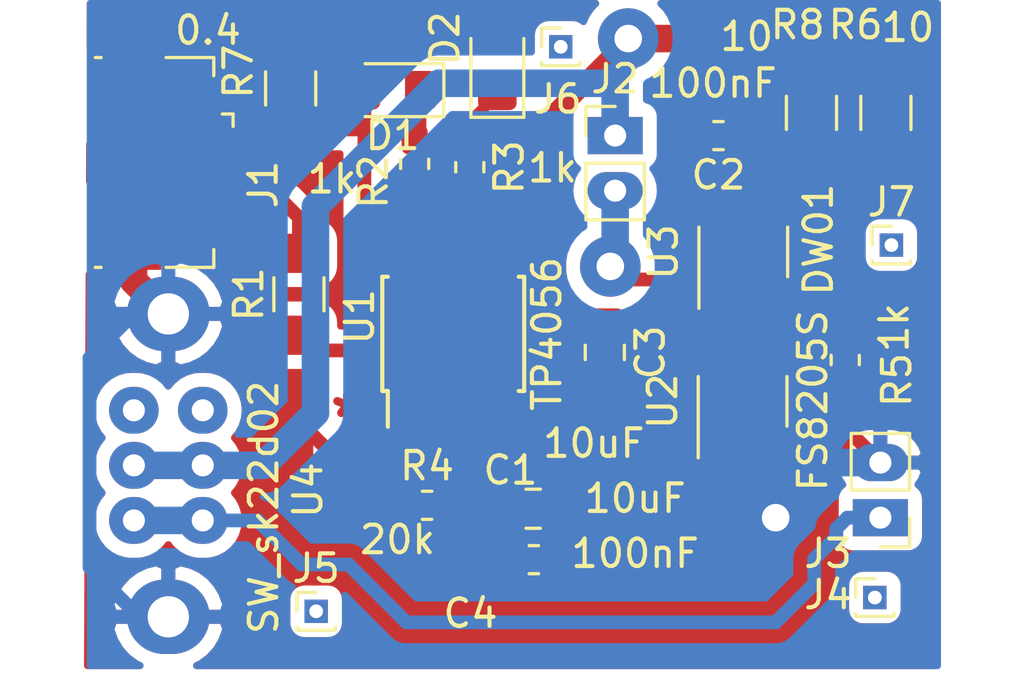
<source format=kicad_pcb>
(kicad_pcb (version 20171130) (host pcbnew 5.1.4-e60b266~84~ubuntu18.04.1)

  (general
    (thickness 1.6)
    (drawings 2)
    (tracks 179)
    (zones 0)
    (modules 25)
    (nets 17)
  )

  (page A4)
  (layers
    (0 F.Cu signal)
    (31 B.Cu signal)
    (32 B.Adhes user)
    (33 F.Adhes user)
    (34 B.Paste user)
    (35 F.Paste user)
    (36 B.SilkS user)
    (37 F.SilkS user)
    (38 B.Mask user)
    (39 F.Mask user)
    (40 Dwgs.User user)
    (41 Cmts.User user)
    (42 Eco1.User user)
    (43 Eco2.User user)
    (44 Edge.Cuts user)
    (45 Margin user)
    (46 B.CrtYd user)
    (47 F.CrtYd user)
    (48 B.Fab user)
    (49 F.Fab user)
  )

  (setup
    (last_trace_width 0.25)
    (user_trace_width 0.3)
    (user_trace_width 0.4)
    (user_trace_width 0.5)
    (user_trace_width 0.6)
    (user_trace_width 0.7)
    (user_trace_width 1)
    (user_trace_width 2)
    (trace_clearance 0.2)
    (zone_clearance 0.508)
    (zone_45_only no)
    (trace_min 0.2)
    (via_size 0.8)
    (via_drill 0.4)
    (via_min_size 0.4)
    (via_min_drill 0.3)
    (user_via 2.2 1)
    (uvia_size 0.3)
    (uvia_drill 0.1)
    (uvias_allowed no)
    (uvia_min_size 0.2)
    (uvia_min_drill 0.1)
    (edge_width 0.05)
    (segment_width 0.2)
    (pcb_text_width 0.3)
    (pcb_text_size 1.5 1.5)
    (mod_edge_width 0.12)
    (mod_text_size 1 1)
    (mod_text_width 0.15)
    (pad_size 2 1.35)
    (pad_drill 0.8)
    (pad_to_mask_clearance 0.051)
    (solder_mask_min_width 0.25)
    (aux_axis_origin 0 0)
    (visible_elements FFFFFF7F)
    (pcbplotparams
      (layerselection 0x00040_7ffffffe)
      (usegerberextensions false)
      (usegerberattributes false)
      (usegerberadvancedattributes false)
      (creategerberjobfile false)
      (excludeedgelayer false)
      (linewidth 0.100000)
      (plotframeref false)
      (viasonmask true)
      (mode 1)
      (useauxorigin false)
      (hpglpennumber 1)
      (hpglpenspeed 20)
      (hpglpendiameter 15.000000)
      (psnegative false)
      (psa4output false)
      (plotreference false)
      (plotvalue false)
      (plotinvisibletext false)
      (padsonsilk false)
      (subtractmaskfromsilk false)
      (outputformat 5)
      (mirror false)
      (drillshape 2)
      (scaleselection 1)
      (outputdirectory "out/"))
  )

  (net 0 "")
  (net 1 GND)
  (net 2 /tp4056module/BatGND)
  (net 3 USBVCC)
  (net 4 Vcc3V)
  (net 5 PwrON)
  (net 6 /tp4056module/STDBY)
  (net 7 /tp4056module/LED_CHRG)
  (net 8 /tp4056module/LED_STDBY)
  (net 9 /tp4056module/CHRG)
  (net 10 /tp4056module/PROG)
  (net 11 /tp4056module/G2)
  (net 12 /tp4056module/G1)
  (net 13 /tp4056module/DW01VCC)
  (net 14 /tp4056module/CS)
  (net 15 "Net-(U2-Pad2)")
  (net 16 /tp4056module/Vcc)

  (net_class Default "This is the default net class."
    (clearance 0.2)
    (trace_width 0.25)
    (via_dia 0.8)
    (via_drill 0.4)
    (uvia_dia 0.3)
    (uvia_drill 0.1)
    (add_net /tp4056module/BatGND)
    (add_net /tp4056module/CHRG)
    (add_net /tp4056module/CS)
    (add_net /tp4056module/DW01VCC)
    (add_net /tp4056module/G1)
    (add_net /tp4056module/G2)
    (add_net /tp4056module/LED_CHRG)
    (add_net /tp4056module/LED_STDBY)
    (add_net /tp4056module/PROG)
    (add_net /tp4056module/STDBY)
    (add_net /tp4056module/Vcc)
    (add_net GND)
    (add_net "Net-(U2-Pad2)")
    (add_net PwrON)
    (add_net USBVCC)
    (add_net Vcc3V)
  )

  (module my_lib:USB_Micro-footprint1 (layer F.Cu) (tedit 5D39D06D) (tstamp 5D3A2DC1)
    (at 142 40.8 270)
    (descr "Micro USB   hand solder")
    (tags "Micro-USB SMD ")
    (path /5D13D1F7)
    (attr smd)
    (fp_text reference J1 (at 0.8 -3.5 90) (layer F.SilkS)
      (effects (font (size 1 1) (thickness 0.15)))
    )
    (fp_text value USB_B_Micro (at 0 5.2 90) (layer F.Fab)
      (effects (font (size 1 1) (thickness 0.15)))
    )
    (fp_line (start -1.1 -2.16) (end -1.1 -1.95) (layer F.Fab) (width 0.1))
    (fp_line (start -1.5 -2.16) (end -1.5 -1.95) (layer F.Fab) (width 0.1))
    (fp_line (start -1.5 -2.16) (end -1.1 -2.16) (layer F.Fab) (width 0.1))
    (fp_line (start -1.1 -1.95) (end -1.3 -1.75) (layer F.Fab) (width 0.1))
    (fp_line (start -1.3 -1.75) (end -1.5 -1.95) (layer F.Fab) (width 0.1))
    (fp_line (start -1.76 -2.41) (end -1.76 -2.02) (layer F.SilkS) (width 0.12))
    (fp_line (start -1.76 -2.41) (end -1.31 -2.41) (layer F.SilkS) (width 0.12))
    (fp_text user %R (at 0 0.85 90) (layer F.Fab)
      (effects (font (size 1 1) (thickness 0.15)))
    )
    (fp_line (start 3.81 -1.71) (end 3.16 -1.71) (layer F.SilkS) (width 0.12))
    (fp_line (start 3.81 0.02) (end 3.81 -1.71) (layer F.SilkS) (width 0.12))
    (fp_line (start -3.81 2.59) (end -3.81 2.38) (layer F.SilkS) (width 0.12))
    (fp_line (start -3.7 3.95) (end -3.7 -1.6) (layer F.Fab) (width 0.1))
    (fp_line (start -3.7 -1.6) (end 3.7 -1.6) (layer F.Fab) (width 0.1))
    (fp_line (start -3.7 3.95) (end 3.7 3.95) (layer F.Fab) (width 0.1))
    (fp_line (start -3 2.65) (end 3 2.65) (layer F.Fab) (width 0.1))
    (fp_line (start 3.7 3.95) (end 3.7 -1.6) (layer F.Fab) (width 0.1))
    (fp_line (start 3.81 2.59) (end 3.81 2.38) (layer F.SilkS) (width 0.12))
    (fp_line (start -3.81 0.02) (end -3.81 -1.71) (layer F.SilkS) (width 0.12))
    (fp_line (start -3.81 -1.71) (end -3.15 -1.71) (layer F.SilkS) (width 0.12))
    (fp_text user "PCB Edge" (at 0 2.65 90) (layer Dwgs.User)
      (effects (font (size 0.5 0.5) (thickness 0.08)))
    )
    (fp_line (start -4.6 4.45) (end -4.6 -2.65) (layer F.CrtYd) (width 0.05))
    (fp_line (start -4.6 -2.65) (end 4.6 -2.65) (layer F.CrtYd) (width 0.05))
    (fp_line (start 4.6 -2.65) (end 4.6 4.45) (layer F.CrtYd) (width 0.05))
    (fp_line (start -4.6 4.45) (end 4.6 4.45) (layer F.CrtYd) (width 0.05))
    (pad 6 smd rect (at 2.4 1.2 270) (size 3 2) (layers F.Cu F.Paste F.Mask)
      (net 1 GND))
    (pad 6 smd rect (at -2.4 1.2 90) (size 3 2) (layers F.Cu F.Paste F.Mask)
      (net 1 GND))
    (pad 3 smd rect (at 0 -1.45 270) (size 0.4 1.4) (layers F.Cu F.Paste F.Mask))
    (pad 4 smd rect (at 0.65 -1.45 270) (size 0.4 1.4) (layers F.Cu F.Paste F.Mask))
    (pad 5 smd rect (at 1.3 -1.45 270) (size 0.4 1.4) (layers F.Cu F.Paste F.Mask)
      (net 1 GND))
    (pad 1 smd rect (at -1.3 -1.45 270) (size 0.4 1.4) (layers F.Cu F.Paste F.Mask)
      (net 3 USBVCC))
    (pad 2 smd rect (at -0.65 -1.45 270) (size 0.4 1.4) (layers F.Cu F.Paste F.Mask))
    (model ${KISYS3DMOD}/Connector_USB.3dshapes/USB_Micro-B_GCT_USB3076-30-A.wrl
      (at (xyz 0 0 0))
      (scale (xyz 1 1 1))
      (rotate (xyz 0 0 0))
    )
  )

  (module Resistor_SMD:R_1206_3216Metric_Pad1.42x1.75mm_HandSolder (layer F.Cu) (tedit 5B301BBD) (tstamp 5D38F78D)
    (at 165.4 39 270)
    (descr "Resistor SMD 1206 (3216 Metric), square (rectangular) end terminal, IPC_7351 nominal with elongated pad for handsoldering. (Body size source: http://www.tortai-tech.com/upload/download/2011102023233369053.pdf), generated with kicad-footprint-generator")
    (tags "resistor handsolder")
    (path /5D196A44/5D3933D6)
    (attr smd)
    (fp_text reference R8 (at -3.2 0.5 180) (layer F.SilkS)
      (effects (font (size 1 1) (thickness 0.15)))
    )
    (fp_text value 10 (at -2.775 2.35 180) (layer F.SilkS)
      (effects (font (size 1 1) (thickness 0.15)))
    )
    (fp_line (start -1.6 0.8) (end -1.6 -0.8) (layer F.Fab) (width 0.1))
    (fp_line (start -1.6 -0.8) (end 1.6 -0.8) (layer F.Fab) (width 0.1))
    (fp_line (start 1.6 -0.8) (end 1.6 0.8) (layer F.Fab) (width 0.1))
    (fp_line (start 1.6 0.8) (end -1.6 0.8) (layer F.Fab) (width 0.1))
    (fp_line (start -0.602064 -0.91) (end 0.602064 -0.91) (layer F.SilkS) (width 0.12))
    (fp_line (start -0.602064 0.91) (end 0.602064 0.91) (layer F.SilkS) (width 0.12))
    (fp_line (start -2.45 1.12) (end -2.45 -1.12) (layer F.CrtYd) (width 0.05))
    (fp_line (start -2.45 -1.12) (end 2.45 -1.12) (layer F.CrtYd) (width 0.05))
    (fp_line (start 2.45 -1.12) (end 2.45 1.12) (layer F.CrtYd) (width 0.05))
    (fp_line (start 2.45 1.12) (end -2.45 1.12) (layer F.CrtYd) (width 0.05))
    (fp_text user %R (at 0 0 90) (layer F.Fab)
      (effects (font (size 0.8 0.8) (thickness 0.12)))
    )
    (pad 1 smd roundrect (at -1.4875 0 270) (size 1.425 1.75) (layers F.Cu F.Paste F.Mask) (roundrect_rratio 0.175439)
      (net 4 Vcc3V))
    (pad 2 smd roundrect (at 1.4875 0 270) (size 1.425 1.75) (layers F.Cu F.Paste F.Mask) (roundrect_rratio 0.175439)
      (net 13 /tp4056module/DW01VCC))
    (model ${KISYS3DMOD}/Resistor_SMD.3dshapes/R_1206_3216Metric.wrl
      (at (xyz 0 0 0))
      (scale (xyz 1 1 1))
      (rotate (xyz 0 0 0))
    )
  )

  (module Resistor_SMD:R_1206_3216Metric_Pad1.42x1.75mm_HandSolder (layer F.Cu) (tedit 5B301BBD) (tstamp 5D38C948)
    (at 146.5 38.1125 90)
    (descr "Resistor SMD 1206 (3216 Metric), square (rectangular) end terminal, IPC_7351 nominal with elongated pad for handsoldering. (Body size source: http://www.tortai-tech.com/upload/download/2011102023233369053.pdf), generated with kicad-footprint-generator")
    (tags "resistor handsolder")
    (path /5D196A44/5D3AD377)
    (attr smd)
    (fp_text reference R7 (at 0.6125 -1.9 90) (layer F.SilkS)
      (effects (font (size 1 1) (thickness 0.15)))
    )
    (fp_text value 0.4 (at 2.1125 -3 180) (layer F.SilkS)
      (effects (font (size 1 1) (thickness 0.15)))
    )
    (fp_text user %R (at 0 0 90) (layer F.Fab)
      (effects (font (size 0.8 0.8) (thickness 0.12)))
    )
    (fp_line (start 2.45 1.12) (end -2.45 1.12) (layer F.CrtYd) (width 0.05))
    (fp_line (start 2.45 -1.12) (end 2.45 1.12) (layer F.CrtYd) (width 0.05))
    (fp_line (start -2.45 -1.12) (end 2.45 -1.12) (layer F.CrtYd) (width 0.05))
    (fp_line (start -2.45 1.12) (end -2.45 -1.12) (layer F.CrtYd) (width 0.05))
    (fp_line (start -0.602064 0.91) (end 0.602064 0.91) (layer F.SilkS) (width 0.12))
    (fp_line (start -0.602064 -0.91) (end 0.602064 -0.91) (layer F.SilkS) (width 0.12))
    (fp_line (start 1.6 0.8) (end -1.6 0.8) (layer F.Fab) (width 0.1))
    (fp_line (start 1.6 -0.8) (end 1.6 0.8) (layer F.Fab) (width 0.1))
    (fp_line (start -1.6 -0.8) (end 1.6 -0.8) (layer F.Fab) (width 0.1))
    (fp_line (start -1.6 0.8) (end -1.6 -0.8) (layer F.Fab) (width 0.1))
    (pad 2 smd roundrect (at 1.4875 0 90) (size 1.425 1.75) (layers F.Cu F.Paste F.Mask) (roundrect_rratio 0.175439)
      (net 3 USBVCC))
    (pad 1 smd roundrect (at -1.4875 0 90) (size 1.425 1.75) (layers F.Cu F.Paste F.Mask) (roundrect_rratio 0.175439)
      (net 16 /tp4056module/Vcc))
    (model ${KISYS3DMOD}/Resistor_SMD.3dshapes/R_1206_3216Metric.wrl
      (at (xyz 0 0 0))
      (scale (xyz 1 1 1))
      (rotate (xyz 0 0 0))
    )
  )

  (module Capacitor_SMD:C_0603_1608Metric_Pad1.05x0.95mm_HandSolder (layer F.Cu) (tedit 5B301BBE) (tstamp 5D38CBB2)
    (at 155.325 55.225 180)
    (descr "Capacitor SMD 0603 (1608 Metric), square (rectangular) end terminal, IPC_7351 nominal with elongated pad for handsoldering. (Body size source: http://www.tortai-tech.com/upload/download/2011102023233369053.pdf), generated with kicad-footprint-generator")
    (tags "capacitor handsolder")
    (path /5D196A44/5D3B3A3B)
    (attr smd)
    (fp_text reference C4 (at 2.3 -1.95) (layer F.SilkS)
      (effects (font (size 1 1) (thickness 0.15)))
    )
    (fp_text value 100nF (at -3.675 0.225) (layer F.SilkS)
      (effects (font (size 1 1) (thickness 0.15)))
    )
    (fp_text user %R (at -0.2 -0.875) (layer F.Fab)
      (effects (font (size 0.4 0.4) (thickness 0.06)))
    )
    (fp_line (start 1.65 0.73) (end -1.65 0.73) (layer F.CrtYd) (width 0.05))
    (fp_line (start 1.65 -0.73) (end 1.65 0.73) (layer F.CrtYd) (width 0.05))
    (fp_line (start -1.65 -0.73) (end 1.65 -0.73) (layer F.CrtYd) (width 0.05))
    (fp_line (start -1.65 0.73) (end -1.65 -0.73) (layer F.CrtYd) (width 0.05))
    (fp_line (start -0.171267 0.51) (end 0.171267 0.51) (layer F.SilkS) (width 0.12))
    (fp_line (start -0.171267 -0.51) (end 0.171267 -0.51) (layer F.SilkS) (width 0.12))
    (fp_line (start 0.8 0.4) (end -0.8 0.4) (layer F.Fab) (width 0.1))
    (fp_line (start 0.8 -0.4) (end 0.8 0.4) (layer F.Fab) (width 0.1))
    (fp_line (start -0.8 -0.4) (end 0.8 -0.4) (layer F.Fab) (width 0.1))
    (fp_line (start -0.8 0.4) (end -0.8 -0.4) (layer F.Fab) (width 0.1))
    (pad 2 smd roundrect (at 0.875 0 180) (size 1.05 0.95) (layers F.Cu F.Paste F.Mask) (roundrect_rratio 0.25)
      (net 1 GND))
    (pad 1 smd roundrect (at -0.875 0 180) (size 1.05 0.95) (layers F.Cu F.Paste F.Mask) (roundrect_rratio 0.25)
      (net 16 /tp4056module/Vcc))
    (model ${KISYS3DMOD}/Capacitor_SMD.3dshapes/C_0603_1608Metric.wrl
      (at (xyz 0 0 0))
      (scale (xyz 1 1 1))
      (rotate (xyz 0 0 0))
    )
  )

  (module Connector_PinHeader_1.00mm:PinHeader_1x01_P1.00mm_Vertical (layer F.Cu) (tedit 59FED738) (tstamp 5D38AF26)
    (at 168.3 43.8)
    (descr "Through hole straight pin header, 1x01, 1.00mm pitch, single row")
    (tags "Through hole pin header THT 1x01 1.00mm single row")
    (path /5D386338)
    (fp_text reference J7 (at 0 -1.56) (layer F.SilkS)
      (effects (font (size 1 1) (thickness 0.15)))
    )
    (fp_text value Position (at 0 1.56) (layer F.Fab)
      (effects (font (size 1 1) (thickness 0.15)))
    )
    (fp_text user %R (at 0 0 90) (layer F.Fab)
      (effects (font (size 0.76 0.76) (thickness 0.114)))
    )
    (fp_line (start 1.15 -1) (end -1.15 -1) (layer F.CrtYd) (width 0.05))
    (fp_line (start 1.15 1) (end 1.15 -1) (layer F.CrtYd) (width 0.05))
    (fp_line (start -1.15 1) (end 1.15 1) (layer F.CrtYd) (width 0.05))
    (fp_line (start -1.15 -1) (end -1.15 1) (layer F.CrtYd) (width 0.05))
    (fp_line (start -0.695 -0.685) (end 0 -0.685) (layer F.SilkS) (width 0.12))
    (fp_line (start -0.695 0) (end -0.695 -0.685) (layer F.SilkS) (width 0.12))
    (fp_line (start 0.608276 0.685) (end 0.695 0.685) (layer F.SilkS) (width 0.12))
    (fp_line (start -0.695 0.685) (end -0.608276 0.685) (layer F.SilkS) (width 0.12))
    (fp_line (start 0.695 0.685) (end 0.695 0.56) (layer F.SilkS) (width 0.12))
    (fp_line (start -0.695 0.685) (end -0.695 0.56) (layer F.SilkS) (width 0.12))
    (fp_line (start -0.695 0.685) (end 0.695 0.685) (layer F.SilkS) (width 0.12))
    (fp_line (start -0.635 -0.1825) (end -0.3175 -0.5) (layer F.Fab) (width 0.1))
    (fp_line (start -0.635 0.5) (end -0.635 -0.1825) (layer F.Fab) (width 0.1))
    (fp_line (start 0.635 0.5) (end -0.635 0.5) (layer F.Fab) (width 0.1))
    (fp_line (start 0.635 -0.5) (end 0.635 0.5) (layer F.Fab) (width 0.1))
    (fp_line (start -0.3175 -0.5) (end 0.635 -0.5) (layer F.Fab) (width 0.1))
    (pad 1 thru_hole rect (at 0 0) (size 0.85 0.85) (drill 0.5) (layers *.Cu *.Mask))
  )

  (module Connector_PinHeader_1.00mm:PinHeader_1x01_P1.00mm_Vertical (layer F.Cu) (tedit 59FED738) (tstamp 5D38A274)
    (at 156.3 36.6)
    (descr "Through hole straight pin header, 1x01, 1.00mm pitch, single row")
    (tags "Through hole pin header THT 1x01 1.00mm single row")
    (path /5D385F2B)
    (fp_text reference J6 (at -0.1 1.9) (layer F.SilkS)
      (effects (font (size 1 1) (thickness 0.15)))
    )
    (fp_text value Position (at 0 1.56) (layer F.Fab)
      (effects (font (size 1 1) (thickness 0.15)))
    )
    (fp_text user %R (at 0 0 90) (layer F.Fab)
      (effects (font (size 0.76 0.76) (thickness 0.114)))
    )
    (fp_line (start 1.15 -1) (end -1.15 -1) (layer F.CrtYd) (width 0.05))
    (fp_line (start 1.15 1) (end 1.15 -1) (layer F.CrtYd) (width 0.05))
    (fp_line (start -1.15 1) (end 1.15 1) (layer F.CrtYd) (width 0.05))
    (fp_line (start -1.15 -1) (end -1.15 1) (layer F.CrtYd) (width 0.05))
    (fp_line (start -0.695 -0.685) (end 0 -0.685) (layer F.SilkS) (width 0.12))
    (fp_line (start -0.695 0) (end -0.695 -0.685) (layer F.SilkS) (width 0.12))
    (fp_line (start 0.608276 0.685) (end 0.695 0.685) (layer F.SilkS) (width 0.12))
    (fp_line (start -0.695 0.685) (end -0.608276 0.685) (layer F.SilkS) (width 0.12))
    (fp_line (start 0.695 0.685) (end 0.695 0.56) (layer F.SilkS) (width 0.12))
    (fp_line (start -0.695 0.685) (end -0.695 0.56) (layer F.SilkS) (width 0.12))
    (fp_line (start -0.695 0.685) (end 0.695 0.685) (layer F.SilkS) (width 0.12))
    (fp_line (start -0.635 -0.1825) (end -0.3175 -0.5) (layer F.Fab) (width 0.1))
    (fp_line (start -0.635 0.5) (end -0.635 -0.1825) (layer F.Fab) (width 0.1))
    (fp_line (start 0.635 0.5) (end -0.635 0.5) (layer F.Fab) (width 0.1))
    (fp_line (start 0.635 -0.5) (end 0.635 0.5) (layer F.Fab) (width 0.1))
    (fp_line (start -0.3175 -0.5) (end 0.635 -0.5) (layer F.Fab) (width 0.1))
    (pad 1 thru_hole rect (at 0 0) (size 0.85 0.85) (drill 0.5) (layers *.Cu *.Mask))
  )

  (module Connector_PinHeader_1.00mm:PinHeader_1x01_P1.00mm_Vertical (layer F.Cu) (tedit 59FED738) (tstamp 5D38A25E)
    (at 147.425 57.1)
    (descr "Through hole straight pin header, 1x01, 1.00mm pitch, single row")
    (tags "Through hole pin header THT 1x01 1.00mm single row")
    (path /5D385CA1)
    (fp_text reference J5 (at 0 -1.56) (layer F.SilkS)
      (effects (font (size 1 1) (thickness 0.15)))
    )
    (fp_text value Position (at 0 1.56) (layer F.Fab)
      (effects (font (size 1 1) (thickness 0.15)))
    )
    (fp_text user %R (at 0 0 90) (layer F.Fab)
      (effects (font (size 0.76 0.76) (thickness 0.114)))
    )
    (fp_line (start 1.15 -1) (end -1.15 -1) (layer F.CrtYd) (width 0.05))
    (fp_line (start 1.15 1) (end 1.15 -1) (layer F.CrtYd) (width 0.05))
    (fp_line (start -1.15 1) (end 1.15 1) (layer F.CrtYd) (width 0.05))
    (fp_line (start -1.15 -1) (end -1.15 1) (layer F.CrtYd) (width 0.05))
    (fp_line (start -0.695 -0.685) (end 0 -0.685) (layer F.SilkS) (width 0.12))
    (fp_line (start -0.695 0) (end -0.695 -0.685) (layer F.SilkS) (width 0.12))
    (fp_line (start 0.608276 0.685) (end 0.695 0.685) (layer F.SilkS) (width 0.12))
    (fp_line (start -0.695 0.685) (end -0.608276 0.685) (layer F.SilkS) (width 0.12))
    (fp_line (start 0.695 0.685) (end 0.695 0.56) (layer F.SilkS) (width 0.12))
    (fp_line (start -0.695 0.685) (end -0.695 0.56) (layer F.SilkS) (width 0.12))
    (fp_line (start -0.695 0.685) (end 0.695 0.685) (layer F.SilkS) (width 0.12))
    (fp_line (start -0.635 -0.1825) (end -0.3175 -0.5) (layer F.Fab) (width 0.1))
    (fp_line (start -0.635 0.5) (end -0.635 -0.1825) (layer F.Fab) (width 0.1))
    (fp_line (start 0.635 0.5) (end -0.635 0.5) (layer F.Fab) (width 0.1))
    (fp_line (start 0.635 -0.5) (end 0.635 0.5) (layer F.Fab) (width 0.1))
    (fp_line (start -0.3175 -0.5) (end 0.635 -0.5) (layer F.Fab) (width 0.1))
    (pad 1 thru_hole rect (at 0 0) (size 0.85 0.85) (drill 0.5) (layers *.Cu *.Mask))
  )

  (module Connector_PinHeader_1.00mm:PinHeader_1x01_P1.00mm_Vertical (layer F.Cu) (tedit 59FED738) (tstamp 5D38A234)
    (at 167.7 56.6)
    (descr "Through hole straight pin header, 1x01, 1.00mm pitch, single row")
    (tags "Through hole pin header THT 1x01 1.00mm single row")
    (path /5D40CD11)
    (fp_text reference J4 (at -1.7 -0.1) (layer F.SilkS)
      (effects (font (size 1 1) (thickness 0.15)))
    )
    (fp_text value Position (at 0 1.56) (layer F.Fab)
      (effects (font (size 1 1) (thickness 0.15)))
    )
    (fp_text user %R (at 0 0 90) (layer F.Fab)
      (effects (font (size 0.76 0.76) (thickness 0.114)))
    )
    (fp_line (start 1.15 -1) (end -1.15 -1) (layer F.CrtYd) (width 0.05))
    (fp_line (start 1.15 1) (end 1.15 -1) (layer F.CrtYd) (width 0.05))
    (fp_line (start -1.15 1) (end 1.15 1) (layer F.CrtYd) (width 0.05))
    (fp_line (start -1.15 -1) (end -1.15 1) (layer F.CrtYd) (width 0.05))
    (fp_line (start -0.695 -0.685) (end 0 -0.685) (layer F.SilkS) (width 0.12))
    (fp_line (start -0.695 0) (end -0.695 -0.685) (layer F.SilkS) (width 0.12))
    (fp_line (start 0.608276 0.685) (end 0.695 0.685) (layer F.SilkS) (width 0.12))
    (fp_line (start -0.695 0.685) (end -0.608276 0.685) (layer F.SilkS) (width 0.12))
    (fp_line (start 0.695 0.685) (end 0.695 0.56) (layer F.SilkS) (width 0.12))
    (fp_line (start -0.695 0.685) (end -0.695 0.56) (layer F.SilkS) (width 0.12))
    (fp_line (start -0.695 0.685) (end 0.695 0.685) (layer F.SilkS) (width 0.12))
    (fp_line (start -0.635 -0.1825) (end -0.3175 -0.5) (layer F.Fab) (width 0.1))
    (fp_line (start -0.635 0.5) (end -0.635 -0.1825) (layer F.Fab) (width 0.1))
    (fp_line (start 0.635 0.5) (end -0.635 0.5) (layer F.Fab) (width 0.1))
    (fp_line (start 0.635 -0.5) (end 0.635 0.5) (layer F.Fab) (width 0.1))
    (fp_line (start -0.3175 -0.5) (end 0.635 -0.5) (layer F.Fab) (width 0.1))
    (pad 1 thru_hole rect (at 0 0) (size 0.85 0.85) (drill 0.5) (layers *.Cu *.Mask))
  )

  (module my_lib:SW_SK22D02_DPDT_Angled (layer F.Cu) (tedit 5D386D38) (tstamp 5D37DC4D)
    (at 142.06 51.8 270)
    (path /5D360245)
    (fp_text reference U4 (at 0.9 -5.065 90) (layer F.SilkS)
      (effects (font (size 1 1) (thickness 0.15)))
    )
    (fp_text value SW_sk22d02 (at 1.525 -3.465 90) (layer F.SilkS)
      (effects (font (size 1 1) (thickness 0.15)))
    )
    (fp_text user v3 (at -5.4 -2.2 90) (layer Dwgs.User)
      (effects (font (size 1 1) (thickness 0.15)))
    )
    (fp_line (start 0 5) (end 0 3) (layer Dwgs.User) (width 0.12))
    (fp_line (start -3 5) (end 0 5) (layer Dwgs.User) (width 0.12))
    (fp_line (start -3 3) (end -3 5) (layer Dwgs.User) (width 0.12))
    (fp_line (start -7 3) (end -7 -3) (layer Dwgs.User) (width 0.12))
    (fp_line (start 7 3) (end -7 3) (layer Dwgs.User) (width 0.12))
    (fp_line (start 7 -3) (end 7 3) (layer Dwgs.User) (width 0.12))
    (fp_line (start -7 -3) (end 7 -3) (layer Dwgs.User) (width 0.12))
    (pad 8 thru_hole oval (at 5.5 0 270) (size 2.7 3) (drill 1.5) (layers *.Cu *.Mask)
      (net 1 GND))
    (pad 7 thru_hole oval (at -5.5 0 270) (size 2.7 3) (drill 1.5) (layers *.Cu *.Mask)
      (net 1 GND))
    (pad 6 thru_hole oval (at 2 1.25 270) (size 1.7 1.8) (drill 0.8) (layers *.Cu *.Mask)
      (net 5 PwrON))
    (pad 5 thru_hole oval (at 0 1.25 270) (size 1.7 1.8) (drill 0.8) (layers *.Cu *.Mask)
      (net 4 Vcc3V))
    (pad 4 thru_hole oval (at -2 1.25 270) (size 1.7 1.8) (drill 0.8) (layers *.Cu *.Mask))
    (pad 3 thru_hole oval (at 2 -1.25 270) (size 1.7 1.8) (drill 0.8) (layers *.Cu *.Mask)
      (net 5 PwrON))
    (pad 2 thru_hole oval (at 0 -1.25 270) (size 1.7 1.8) (drill 0.8) (layers *.Cu *.Mask)
      (net 4 Vcc3V))
    (pad 1 thru_hole oval (at -2 -1.25 270) (size 1.7 1.8) (drill 0.8) (layers *.Cu *.Mask))
  )

  (module Package_TO_SOT_SMD:SOT-23-6_Handsoldering (layer F.Cu) (tedit 5A02FF57) (tstamp 5D378CFA)
    (at 162.9 49.475 90)
    (descr "6-pin SOT-23 package, Handsoldering")
    (tags "SOT-23-6 Handsoldering")
    (path /5D196A44/5D3B3556)
    (attr smd)
    (fp_text reference U2 (at 0 -2.9 90) (layer F.SilkS)
      (effects (font (size 1 1) (thickness 0.15)))
    )
    (fp_text value FS8205S (at 0.025 2.55 90) (layer F.SilkS)
      (effects (font (size 1 1) (thickness 0.15)))
    )
    (fp_line (start 0.9 -1.55) (end 0.9 1.55) (layer F.Fab) (width 0.1))
    (fp_line (start 0.9 1.55) (end -0.9 1.55) (layer F.Fab) (width 0.1))
    (fp_line (start -0.9 -0.9) (end -0.9 1.55) (layer F.Fab) (width 0.1))
    (fp_line (start 0.9 -1.55) (end -0.25 -1.55) (layer F.Fab) (width 0.1))
    (fp_line (start -0.9 -0.9) (end -0.25 -1.55) (layer F.Fab) (width 0.1))
    (fp_line (start -2.4 -1.8) (end 2.4 -1.8) (layer F.CrtYd) (width 0.05))
    (fp_line (start 2.4 -1.8) (end 2.4 1.8) (layer F.CrtYd) (width 0.05))
    (fp_line (start 2.4 1.8) (end -2.4 1.8) (layer F.CrtYd) (width 0.05))
    (fp_line (start -2.4 1.8) (end -2.4 -1.8) (layer F.CrtYd) (width 0.05))
    (fp_line (start 0.9 -1.61) (end -2.05 -1.61) (layer F.SilkS) (width 0.12))
    (fp_line (start -0.9 1.61) (end 0.9 1.61) (layer F.SilkS) (width 0.12))
    (fp_text user %R (at 0 0) (layer F.Fab)
      (effects (font (size 0.5 0.5) (thickness 0.075)))
    )
    (pad 5 smd rect (at 1.35 0 90) (size 1.56 0.65) (layers F.Cu F.Paste F.Mask)
      (net 15 "Net-(U2-Pad2)"))
    (pad 6 smd rect (at 1.35 -0.95 90) (size 1.56 0.65) (layers F.Cu F.Paste F.Mask)
      (net 12 /tp4056module/G1))
    (pad 4 smd rect (at 1.35 0.95 90) (size 1.56 0.65) (layers F.Cu F.Paste F.Mask)
      (net 11 /tp4056module/G2))
    (pad 3 smd rect (at -1.35 0.95 90) (size 1.56 0.65) (layers F.Cu F.Paste F.Mask)
      (net 1 GND))
    (pad 2 smd rect (at -1.35 0 90) (size 1.56 0.65) (layers F.Cu F.Paste F.Mask)
      (net 15 "Net-(U2-Pad2)"))
    (pad 1 smd rect (at -1.35 -0.95 90) (size 1.56 0.65) (layers F.Cu F.Paste F.Mask)
      (net 2 /tp4056module/BatGND))
    (model ${KISYS3DMOD}/Package_TO_SOT_SMD.3dshapes/SOT-23-6.wrl
      (at (xyz 0 0 0))
      (scale (xyz 1 1 1))
      (rotate (xyz 0 0 0))
    )
  )

  (module Resistor_SMD:R_1206_3216Metric_Pad1.42x1.75mm_HandSolder (layer F.Cu) (tedit 5B301BBD) (tstamp 5D37E009)
    (at 168.1 39 270)
    (descr "Resistor SMD 1206 (3216 Metric), square (rectangular) end terminal, IPC_7351 nominal with elongated pad for handsoldering. (Body size source: http://www.tortai-tech.com/upload/download/2011102023233369053.pdf), generated with kicad-footprint-generator")
    (tags "resistor handsolder")
    (path /5D196A44/5D39ED91)
    (attr smd)
    (fp_text reference R6 (at -3.2 1.1 180) (layer F.SilkS)
      (effects (font (size 1 1) (thickness 0.15)))
    )
    (fp_text value 10 (at -3.1 -0.8 180) (layer F.SilkS)
      (effects (font (size 1 1) (thickness 0.15)))
    )
    (fp_text user %R (at 0 0 90) (layer F.Fab)
      (effects (font (size 0.8 0.8) (thickness 0.12)))
    )
    (fp_line (start 2.45 1.12) (end -2.45 1.12) (layer F.CrtYd) (width 0.05))
    (fp_line (start 2.45 -1.12) (end 2.45 1.12) (layer F.CrtYd) (width 0.05))
    (fp_line (start -2.45 -1.12) (end 2.45 -1.12) (layer F.CrtYd) (width 0.05))
    (fp_line (start -2.45 1.12) (end -2.45 -1.12) (layer F.CrtYd) (width 0.05))
    (fp_line (start -0.602064 0.91) (end 0.602064 0.91) (layer F.SilkS) (width 0.12))
    (fp_line (start -0.602064 -0.91) (end 0.602064 -0.91) (layer F.SilkS) (width 0.12))
    (fp_line (start 1.6 0.8) (end -1.6 0.8) (layer F.Fab) (width 0.1))
    (fp_line (start 1.6 -0.8) (end 1.6 0.8) (layer F.Fab) (width 0.1))
    (fp_line (start -1.6 -0.8) (end 1.6 -0.8) (layer F.Fab) (width 0.1))
    (fp_line (start -1.6 0.8) (end -1.6 -0.8) (layer F.Fab) (width 0.1))
    (pad 2 smd roundrect (at 1.4875 0 270) (size 1.425 1.75) (layers F.Cu F.Paste F.Mask) (roundrect_rratio 0.175439)
      (net 13 /tp4056module/DW01VCC))
    (pad 1 smd roundrect (at -1.4875 0 270) (size 1.425 1.75) (layers F.Cu F.Paste F.Mask) (roundrect_rratio 0.175439)
      (net 4 Vcc3V))
    (model ${KISYS3DMOD}/Resistor_SMD.3dshapes/R_1206_3216Metric.wrl
      (at (xyz 0 0 0))
      (scale (xyz 1 1 1))
      (rotate (xyz 0 0 0))
    )
  )

  (module Resistor_SMD:R_0603_1608Metric_Pad1.05x0.95mm_HandSolder (layer F.Cu) (tedit 5B301BBD) (tstamp 5D378CD3)
    (at 166.625 47.975 90)
    (descr "Resistor SMD 0603 (1608 Metric), square (rectangular) end terminal, IPC_7351 nominal with elongated pad for handsoldering. (Body size source: http://www.tortai-tech.com/upload/download/2011102023233369053.pdf), generated with kicad-footprint-generator")
    (tags "resistor handsolder")
    (path /5D196A44/5D399218)
    (attr smd)
    (fp_text reference R5 (at -0.725 1.875 90) (layer F.SilkS)
      (effects (font (size 1 1) (thickness 0.15)))
    )
    (fp_text value 1k (at 1.175 1.775 90) (layer F.SilkS)
      (effects (font (size 1 1) (thickness 0.15)))
    )
    (fp_text user %R (at 0 0 90) (layer F.Fab)
      (effects (font (size 0.4 0.4) (thickness 0.06)))
    )
    (fp_line (start 1.65 0.73) (end -1.65 0.73) (layer F.CrtYd) (width 0.05))
    (fp_line (start 1.65 -0.73) (end 1.65 0.73) (layer F.CrtYd) (width 0.05))
    (fp_line (start -1.65 -0.73) (end 1.65 -0.73) (layer F.CrtYd) (width 0.05))
    (fp_line (start -1.65 0.73) (end -1.65 -0.73) (layer F.CrtYd) (width 0.05))
    (fp_line (start -0.171267 0.51) (end 0.171267 0.51) (layer F.SilkS) (width 0.12))
    (fp_line (start -0.171267 -0.51) (end 0.171267 -0.51) (layer F.SilkS) (width 0.12))
    (fp_line (start 0.8 0.4) (end -0.8 0.4) (layer F.Fab) (width 0.1))
    (fp_line (start 0.8 -0.4) (end 0.8 0.4) (layer F.Fab) (width 0.1))
    (fp_line (start -0.8 -0.4) (end 0.8 -0.4) (layer F.Fab) (width 0.1))
    (fp_line (start -0.8 0.4) (end -0.8 -0.4) (layer F.Fab) (width 0.1))
    (pad 2 smd roundrect (at 0.875 0 90) (size 1.05 0.95) (layers F.Cu F.Paste F.Mask) (roundrect_rratio 0.25)
      (net 14 /tp4056module/CS))
    (pad 1 smd roundrect (at -0.875 0 90) (size 1.05 0.95) (layers F.Cu F.Paste F.Mask) (roundrect_rratio 0.25)
      (net 1 GND))
    (model ${KISYS3DMOD}/Resistor_SMD.3dshapes/R_0603_1608Metric.wrl
      (at (xyz 0 0 0))
      (scale (xyz 1 1 1))
      (rotate (xyz 0 0 0))
    )
  )

  (module Resistor_SMD:R_0603_1608Metric_Pad1.05x0.95mm_HandSolder (layer F.Cu) (tedit 5B301BBD) (tstamp 5D378CC2)
    (at 151.45 53.25)
    (descr "Resistor SMD 0603 (1608 Metric), square (rectangular) end terminal, IPC_7351 nominal with elongated pad for handsoldering. (Body size source: http://www.tortai-tech.com/upload/download/2011102023233369053.pdf), generated with kicad-footprint-generator")
    (tags "resistor handsolder")
    (path /5D196A44/5D376307)
    (attr smd)
    (fp_text reference R4 (at 0 -1.43) (layer F.SilkS)
      (effects (font (size 1 1) (thickness 0.15)))
    )
    (fp_text value 20k (at -1.075 1.25) (layer F.SilkS)
      (effects (font (size 1 1) (thickness 0.15)))
    )
    (fp_text user %R (at 0 0) (layer F.Fab)
      (effects (font (size 0.4 0.4) (thickness 0.06)))
    )
    (fp_line (start 1.65 0.73) (end -1.65 0.73) (layer F.CrtYd) (width 0.05))
    (fp_line (start 1.65 -0.73) (end 1.65 0.73) (layer F.CrtYd) (width 0.05))
    (fp_line (start -1.65 -0.73) (end 1.65 -0.73) (layer F.CrtYd) (width 0.05))
    (fp_line (start -1.65 0.73) (end -1.65 -0.73) (layer F.CrtYd) (width 0.05))
    (fp_line (start -0.171267 0.51) (end 0.171267 0.51) (layer F.SilkS) (width 0.12))
    (fp_line (start -0.171267 -0.51) (end 0.171267 -0.51) (layer F.SilkS) (width 0.12))
    (fp_line (start 0.8 0.4) (end -0.8 0.4) (layer F.Fab) (width 0.1))
    (fp_line (start 0.8 -0.4) (end 0.8 0.4) (layer F.Fab) (width 0.1))
    (fp_line (start -0.8 -0.4) (end 0.8 -0.4) (layer F.Fab) (width 0.1))
    (fp_line (start -0.8 0.4) (end -0.8 -0.4) (layer F.Fab) (width 0.1))
    (pad 2 smd roundrect (at 0.875 0) (size 1.05 0.95) (layers F.Cu F.Paste F.Mask) (roundrect_rratio 0.25)
      (net 1 GND))
    (pad 1 smd roundrect (at -0.875 0) (size 1.05 0.95) (layers F.Cu F.Paste F.Mask) (roundrect_rratio 0.25)
      (net 10 /tp4056module/PROG))
    (model ${KISYS3DMOD}/Resistor_SMD.3dshapes/R_0603_1608Metric.wrl
      (at (xyz 0 0 0))
      (scale (xyz 1 1 1))
      (rotate (xyz 0 0 0))
    )
  )

  (module Resistor_SMD:R_0603_1608Metric_Pad1.05x0.95mm_HandSolder (layer F.Cu) (tedit 5B301BBD) (tstamp 5D378CB1)
    (at 153 40.975 270)
    (descr "Resistor SMD 0603 (1608 Metric), square (rectangular) end terminal, IPC_7351 nominal with elongated pad for handsoldering. (Body size source: http://www.tortai-tech.com/upload/download/2011102023233369053.pdf), generated with kicad-footprint-generator")
    (tags "resistor handsolder")
    (path /5D196A44/5D37C6A8)
    (attr smd)
    (fp_text reference R3 (at 0 -1.43 90) (layer F.SilkS)
      (effects (font (size 1 1) (thickness 0.15)))
    )
    (fp_text value 1k (at 0.025 -3 180) (layer F.SilkS)
      (effects (font (size 1 1) (thickness 0.15)))
    )
    (fp_text user %R (at 0 0 90) (layer F.Fab)
      (effects (font (size 0.4 0.4) (thickness 0.06)))
    )
    (fp_line (start 1.65 0.73) (end -1.65 0.73) (layer F.CrtYd) (width 0.05))
    (fp_line (start 1.65 -0.73) (end 1.65 0.73) (layer F.CrtYd) (width 0.05))
    (fp_line (start -1.65 -0.73) (end 1.65 -0.73) (layer F.CrtYd) (width 0.05))
    (fp_line (start -1.65 0.73) (end -1.65 -0.73) (layer F.CrtYd) (width 0.05))
    (fp_line (start -0.171267 0.51) (end 0.171267 0.51) (layer F.SilkS) (width 0.12))
    (fp_line (start -0.171267 -0.51) (end 0.171267 -0.51) (layer F.SilkS) (width 0.12))
    (fp_line (start 0.8 0.4) (end -0.8 0.4) (layer F.Fab) (width 0.1))
    (fp_line (start 0.8 -0.4) (end 0.8 0.4) (layer F.Fab) (width 0.1))
    (fp_line (start -0.8 -0.4) (end 0.8 -0.4) (layer F.Fab) (width 0.1))
    (fp_line (start -0.8 0.4) (end -0.8 -0.4) (layer F.Fab) (width 0.1))
    (pad 2 smd roundrect (at 0.875 0 270) (size 1.05 0.95) (layers F.Cu F.Paste F.Mask) (roundrect_rratio 0.25)
      (net 6 /tp4056module/STDBY))
    (pad 1 smd roundrect (at -0.875 0 270) (size 1.05 0.95) (layers F.Cu F.Paste F.Mask) (roundrect_rratio 0.25)
      (net 8 /tp4056module/LED_STDBY))
    (model ${KISYS3DMOD}/Resistor_SMD.3dshapes/R_0603_1608Metric.wrl
      (at (xyz 0 0 0))
      (scale (xyz 1 1 1))
      (rotate (xyz 0 0 0))
    )
  )

  (module Resistor_SMD:R_0603_1608Metric_Pad1.05x0.95mm_HandSolder (layer F.Cu) (tedit 5B301BBD) (tstamp 5D39000C)
    (at 151 40.85 270)
    (descr "Resistor SMD 0603 (1608 Metric), square (rectangular) end terminal, IPC_7351 nominal with elongated pad for handsoldering. (Body size source: http://www.tortai-tech.com/upload/download/2011102023233369053.pdf), generated with kicad-footprint-generator")
    (tags "resistor handsolder")
    (path /5D196A44/5D37AD2F)
    (attr smd)
    (fp_text reference R2 (at 0.65 1.5 90) (layer F.SilkS)
      (effects (font (size 1 1) (thickness 0.15)))
    )
    (fp_text value 1k (at 0.55 3 180) (layer F.SilkS)
      (effects (font (size 1 1) (thickness 0.15)))
    )
    (fp_text user %R (at 0 0 90) (layer F.Fab)
      (effects (font (size 0.4 0.4) (thickness 0.06)))
    )
    (fp_line (start 1.65 0.73) (end -1.65 0.73) (layer F.CrtYd) (width 0.05))
    (fp_line (start 1.65 -0.73) (end 1.65 0.73) (layer F.CrtYd) (width 0.05))
    (fp_line (start -1.65 -0.73) (end 1.65 -0.73) (layer F.CrtYd) (width 0.05))
    (fp_line (start -1.65 0.73) (end -1.65 -0.73) (layer F.CrtYd) (width 0.05))
    (fp_line (start -0.171267 0.51) (end 0.171267 0.51) (layer F.SilkS) (width 0.12))
    (fp_line (start -0.171267 -0.51) (end 0.171267 -0.51) (layer F.SilkS) (width 0.12))
    (fp_line (start 0.8 0.4) (end -0.8 0.4) (layer F.Fab) (width 0.1))
    (fp_line (start 0.8 -0.4) (end 0.8 0.4) (layer F.Fab) (width 0.1))
    (fp_line (start -0.8 -0.4) (end 0.8 -0.4) (layer F.Fab) (width 0.1))
    (fp_line (start -0.8 0.4) (end -0.8 -0.4) (layer F.Fab) (width 0.1))
    (pad 2 smd roundrect (at 0.875 0 270) (size 1.05 0.95) (layers F.Cu F.Paste F.Mask) (roundrect_rratio 0.25)
      (net 9 /tp4056module/CHRG))
    (pad 1 smd roundrect (at -0.875 0 270) (size 1.05 0.95) (layers F.Cu F.Paste F.Mask) (roundrect_rratio 0.25)
      (net 7 /tp4056module/LED_CHRG))
    (model ${KISYS3DMOD}/Resistor_SMD.3dshapes/R_0603_1608Metric.wrl
      (at (xyz 0 0 0))
      (scale (xyz 1 1 1))
      (rotate (xyz 0 0 0))
    )
  )

  (module Resistor_SMD:R_1206_3216Metric_Pad1.42x1.75mm_HandSolder (layer F.Cu) (tedit 5B301BBD) (tstamp 5D3A3058)
    (at 146.8 45.5875 90)
    (descr "Resistor SMD 1206 (3216 Metric), square (rectangular) end terminal, IPC_7351 nominal with elongated pad for handsoldering. (Body size source: http://www.tortai-tech.com/upload/download/2011102023233369053.pdf), generated with kicad-footprint-generator")
    (tags "resistor handsolder")
    (path /5D196A44/5D377BFB)
    (attr smd)
    (fp_text reference R1 (at 0 -1.82 90) (layer F.SilkS)
      (effects (font (size 1 1) (thickness 0.15)))
    )
    (fp_text value 0.4 (at 0 1.82 90) (layer F.Fab)
      (effects (font (size 1 1) (thickness 0.15)))
    )
    (fp_text user %R (at 0 0 90) (layer F.Fab)
      (effects (font (size 0.8 0.8) (thickness 0.12)))
    )
    (fp_line (start 2.45 1.12) (end -2.45 1.12) (layer F.CrtYd) (width 0.05))
    (fp_line (start 2.45 -1.12) (end 2.45 1.12) (layer F.CrtYd) (width 0.05))
    (fp_line (start -2.45 -1.12) (end 2.45 -1.12) (layer F.CrtYd) (width 0.05))
    (fp_line (start -2.45 1.12) (end -2.45 -1.12) (layer F.CrtYd) (width 0.05))
    (fp_line (start -0.602064 0.91) (end 0.602064 0.91) (layer F.SilkS) (width 0.12))
    (fp_line (start -0.602064 -0.91) (end 0.602064 -0.91) (layer F.SilkS) (width 0.12))
    (fp_line (start 1.6 0.8) (end -1.6 0.8) (layer F.Fab) (width 0.1))
    (fp_line (start 1.6 -0.8) (end 1.6 0.8) (layer F.Fab) (width 0.1))
    (fp_line (start -1.6 -0.8) (end 1.6 -0.8) (layer F.Fab) (width 0.1))
    (fp_line (start -1.6 0.8) (end -1.6 -0.8) (layer F.Fab) (width 0.1))
    (pad 2 smd roundrect (at 1.4875 0 90) (size 1.425 1.75) (layers F.Cu F.Paste F.Mask) (roundrect_rratio 0.175439)
      (net 3 USBVCC))
    (pad 1 smd roundrect (at -1.4875 0 90) (size 1.425 1.75) (layers F.Cu F.Paste F.Mask) (roundrect_rratio 0.175439)
      (net 16 /tp4056module/Vcc))
    (model ${KISYS3DMOD}/Resistor_SMD.3dshapes/R_1206_3216Metric.wrl
      (at (xyz 0 0 0))
      (scale (xyz 1 1 1))
      (rotate (xyz 0 0 0))
    )
  )

  (module LED_SMD:LED_0805_2012Metric_Pad1.15x1.40mm_HandSolder (layer F.Cu) (tedit 5B4B45C9) (tstamp 5D379EE0)
    (at 154 37.3 90)
    (descr "LED SMD 0805 (2012 Metric), square (rectangular) end terminal, IPC_7351 nominal, (Body size source: https://docs.google.com/spreadsheets/d/1BsfQQcO9C6DZCsRaXUlFlo91Tg2WpOkGARC1WS5S8t0/edit?usp=sharing), generated with kicad-footprint-generator")
    (tags "LED handsolder")
    (path /5D196A44/5D381A32)
    (attr smd)
    (fp_text reference D2 (at 1 -1.9 90) (layer F.SilkS)
      (effects (font (size 1 1) (thickness 0.15)))
    )
    (fp_text value LED (at 0 1.65 90) (layer F.Fab)
      (effects (font (size 1 1) (thickness 0.15)))
    )
    (fp_text user %R (at 0 0 90) (layer F.Fab)
      (effects (font (size 0.5 0.5) (thickness 0.08)))
    )
    (fp_line (start 1.85 0.95) (end -1.85 0.95) (layer F.CrtYd) (width 0.05))
    (fp_line (start 1.85 -0.95) (end 1.85 0.95) (layer F.CrtYd) (width 0.05))
    (fp_line (start -1.85 -0.95) (end 1.85 -0.95) (layer F.CrtYd) (width 0.05))
    (fp_line (start -1.85 0.95) (end -1.85 -0.95) (layer F.CrtYd) (width 0.05))
    (fp_line (start -1.86 0.96) (end 1 0.96) (layer F.SilkS) (width 0.12))
    (fp_line (start -1.86 -0.96) (end -1.86 0.96) (layer F.SilkS) (width 0.12))
    (fp_line (start 1 -0.96) (end -1.86 -0.96) (layer F.SilkS) (width 0.12))
    (fp_line (start 1 0.6) (end 1 -0.6) (layer F.Fab) (width 0.1))
    (fp_line (start -1 0.6) (end 1 0.6) (layer F.Fab) (width 0.1))
    (fp_line (start -1 -0.3) (end -1 0.6) (layer F.Fab) (width 0.1))
    (fp_line (start -0.7 -0.6) (end -1 -0.3) (layer F.Fab) (width 0.1))
    (fp_line (start 1 -0.6) (end -0.7 -0.6) (layer F.Fab) (width 0.1))
    (pad 2 smd roundrect (at 1.025 0 90) (size 1.15 1.4) (layers F.Cu F.Paste F.Mask) (roundrect_rratio 0.217391)
      (net 16 /tp4056module/Vcc))
    (pad 1 smd roundrect (at -1.025 0 90) (size 1.15 1.4) (layers F.Cu F.Paste F.Mask) (roundrect_rratio 0.217391)
      (net 8 /tp4056module/LED_STDBY))
    (model ${KISYS3DMOD}/LED_SMD.3dshapes/LED_0805_2012Metric.wrl
      (at (xyz 0 0 0))
      (scale (xyz 1 1 1))
      (rotate (xyz 0 0 0))
    )
  )

  (module LED_SMD:LED_0805_2012Metric_Pad1.15x1.40mm_HandSolder (layer F.Cu) (tedit 5B4B45C9) (tstamp 5D379E3C)
    (at 150.2 38.175 180)
    (descr "LED SMD 0805 (2012 Metric), square (rectangular) end terminal, IPC_7351 nominal, (Body size source: https://docs.google.com/spreadsheets/d/1BsfQQcO9C6DZCsRaXUlFlo91Tg2WpOkGARC1WS5S8t0/edit?usp=sharing), generated with kicad-footprint-generator")
    (tags "LED handsolder")
    (path /5D196A44/5D38008B)
    (attr smd)
    (fp_text reference D1 (at 0 -1.65) (layer F.SilkS)
      (effects (font (size 1 1) (thickness 0.15)))
    )
    (fp_text value LED (at 0 1.65) (layer F.Fab)
      (effects (font (size 1 1) (thickness 0.15)))
    )
    (fp_text user %R (at 0 0) (layer F.Fab)
      (effects (font (size 0.5 0.5) (thickness 0.08)))
    )
    (fp_line (start 1.85 0.95) (end -1.85 0.95) (layer F.CrtYd) (width 0.05))
    (fp_line (start 1.85 -0.95) (end 1.85 0.95) (layer F.CrtYd) (width 0.05))
    (fp_line (start -1.85 -0.95) (end 1.85 -0.95) (layer F.CrtYd) (width 0.05))
    (fp_line (start -1.85 0.95) (end -1.85 -0.95) (layer F.CrtYd) (width 0.05))
    (fp_line (start -1.86 0.96) (end 1 0.96) (layer F.SilkS) (width 0.12))
    (fp_line (start -1.86 -0.96) (end -1.86 0.96) (layer F.SilkS) (width 0.12))
    (fp_line (start 1 -0.96) (end -1.86 -0.96) (layer F.SilkS) (width 0.12))
    (fp_line (start 1 0.6) (end 1 -0.6) (layer F.Fab) (width 0.1))
    (fp_line (start -1 0.6) (end 1 0.6) (layer F.Fab) (width 0.1))
    (fp_line (start -1 -0.3) (end -1 0.6) (layer F.Fab) (width 0.1))
    (fp_line (start -0.7 -0.6) (end -1 -0.3) (layer F.Fab) (width 0.1))
    (fp_line (start 1 -0.6) (end -0.7 -0.6) (layer F.Fab) (width 0.1))
    (pad 2 smd roundrect (at 1.025 0 180) (size 1.15 1.4) (layers F.Cu F.Paste F.Mask) (roundrect_rratio 0.217391)
      (net 16 /tp4056module/Vcc))
    (pad 1 smd roundrect (at -1.025 0 180) (size 1.15 1.4) (layers F.Cu F.Paste F.Mask) (roundrect_rratio 0.217391)
      (net 7 /tp4056module/LED_CHRG))
    (model ${KISYS3DMOD}/LED_SMD.3dshapes/LED_0805_2012Metric.wrl
      (at (xyz 0 0 0))
      (scale (xyz 1 1 1))
      (rotate (xyz 0 0 0))
    )
  )

  (module Capacitor_SMD:C_0603_1608Metric_Pad1.05x0.95mm_HandSolder (layer F.Cu) (tedit 5B301BBE) (tstamp 5D378C47)
    (at 162.025 39.825 180)
    (descr "Capacitor SMD 0603 (1608 Metric), square (rectangular) end terminal, IPC_7351 nominal with elongated pad for handsoldering. (Body size source: http://www.tortai-tech.com/upload/download/2011102023233369053.pdf), generated with kicad-footprint-generator")
    (tags "capacitor handsolder")
    (path /5D196A44/5D39FD15)
    (attr smd)
    (fp_text reference C2 (at 0 -1.43) (layer F.SilkS)
      (effects (font (size 1 1) (thickness 0.15)))
    )
    (fp_text value 100nF (at 0.2 1.9) (layer F.SilkS)
      (effects (font (size 1 1) (thickness 0.15)))
    )
    (fp_text user %R (at 0 0) (layer F.Fab)
      (effects (font (size 0.4 0.4) (thickness 0.06)))
    )
    (fp_line (start 1.65 0.73) (end -1.65 0.73) (layer F.CrtYd) (width 0.05))
    (fp_line (start 1.65 -0.73) (end 1.65 0.73) (layer F.CrtYd) (width 0.05))
    (fp_line (start -1.65 -0.73) (end 1.65 -0.73) (layer F.CrtYd) (width 0.05))
    (fp_line (start -1.65 0.73) (end -1.65 -0.73) (layer F.CrtYd) (width 0.05))
    (fp_line (start -0.171267 0.51) (end 0.171267 0.51) (layer F.SilkS) (width 0.12))
    (fp_line (start -0.171267 -0.51) (end 0.171267 -0.51) (layer F.SilkS) (width 0.12))
    (fp_line (start 0.8 0.4) (end -0.8 0.4) (layer F.Fab) (width 0.1))
    (fp_line (start 0.8 -0.4) (end 0.8 0.4) (layer F.Fab) (width 0.1))
    (fp_line (start -0.8 -0.4) (end 0.8 -0.4) (layer F.Fab) (width 0.1))
    (fp_line (start -0.8 0.4) (end -0.8 -0.4) (layer F.Fab) (width 0.1))
    (pad 2 smd roundrect (at 0.875 0 180) (size 1.05 0.95) (layers F.Cu F.Paste F.Mask) (roundrect_rratio 0.25)
      (net 2 /tp4056module/BatGND))
    (pad 1 smd roundrect (at -0.875 0 180) (size 1.05 0.95) (layers F.Cu F.Paste F.Mask) (roundrect_rratio 0.25)
      (net 13 /tp4056module/DW01VCC))
    (model ${KISYS3DMOD}/Capacitor_SMD.3dshapes/C_0603_1608Metric.wrl
      (at (xyz 0 0 0))
      (scale (xyz 1 1 1))
      (rotate (xyz 0 0 0))
    )
  )

  (module Capacitor_SMD:C_0805_2012Metric_Pad1.15x1.40mm_HandSolder (layer F.Cu) (tedit 5B36C52B) (tstamp 5D37AC24)
    (at 155.3 53.375 180)
    (descr "Capacitor SMD 0805 (2012 Metric), square (rectangular) end terminal, IPC_7351 nominal with elongated pad for handsoldering. (Body size source: https://docs.google.com/spreadsheets/d/1BsfQQcO9C6DZCsRaXUlFlo91Tg2WpOkGARC1WS5S8t0/edit?usp=sharing), generated with kicad-footprint-generator")
    (tags "capacitor handsolder")
    (path /5D196A44/5D37913D)
    (attr smd)
    (fp_text reference C1 (at 0.825 1.4) (layer F.SilkS)
      (effects (font (size 1 1) (thickness 0.15)))
    )
    (fp_text value 10uF (at -3.7 0.375) (layer F.SilkS)
      (effects (font (size 1 1) (thickness 0.15)))
    )
    (fp_text user %R (at 0 0) (layer F.Fab)
      (effects (font (size 0.5 0.5) (thickness 0.08)))
    )
    (fp_line (start 1.85 0.95) (end -1.85 0.95) (layer F.CrtYd) (width 0.05))
    (fp_line (start 1.85 -0.95) (end 1.85 0.95) (layer F.CrtYd) (width 0.05))
    (fp_line (start -1.85 -0.95) (end 1.85 -0.95) (layer F.CrtYd) (width 0.05))
    (fp_line (start -1.85 0.95) (end -1.85 -0.95) (layer F.CrtYd) (width 0.05))
    (fp_line (start -0.261252 0.71) (end 0.261252 0.71) (layer F.SilkS) (width 0.12))
    (fp_line (start -0.261252 -0.71) (end 0.261252 -0.71) (layer F.SilkS) (width 0.12))
    (fp_line (start 1 0.6) (end -1 0.6) (layer F.Fab) (width 0.1))
    (fp_line (start 1 -0.6) (end 1 0.6) (layer F.Fab) (width 0.1))
    (fp_line (start -1 -0.6) (end 1 -0.6) (layer F.Fab) (width 0.1))
    (fp_line (start -1 0.6) (end -1 -0.6) (layer F.Fab) (width 0.1))
    (pad 2 smd roundrect (at 1.025 0 180) (size 1.15 1.4) (layers F.Cu F.Paste F.Mask) (roundrect_rratio 0.217391)
      (net 1 GND))
    (pad 1 smd roundrect (at -1.025 0 180) (size 1.15 1.4) (layers F.Cu F.Paste F.Mask) (roundrect_rratio 0.217391)
      (net 16 /tp4056module/Vcc))
    (model ${KISYS3DMOD}/Capacitor_SMD.3dshapes/C_0805_2012Metric.wrl
      (at (xyz 0 0 0))
      (scale (xyz 1 1 1))
      (rotate (xyz 0 0 0))
    )
  )

  (module Connector_PinHeader_2.00mm:PinHeader_1x02_P2.00mm_Vertical (layer F.Cu) (tedit 5D387881) (tstamp 5D3A3EF7)
    (at 167.9 53.7 180)
    (descr "Through hole straight pin header, 1x02, 2.00mm pitch, single row")
    (tags "Through hole pin header THT 1x02 2.00mm single row")
    (path /5D36162A)
    (fp_text reference J3 (at 1.9 -1.3) (layer F.SilkS)
      (effects (font (size 1 1) (thickness 0.15)))
    )
    (fp_text value PwrConnector (at 0 4.06) (layer F.Fab)
      (effects (font (size 1 1) (thickness 0.15)))
    )
    (fp_text user %R (at 0 1 90) (layer F.Fab)
      (effects (font (size 1 1) (thickness 0.15)))
    )
    (fp_line (start 1.5 -1.5) (end -1.5 -1.5) (layer F.CrtYd) (width 0.05))
    (fp_line (start 1.5 3.5) (end 1.5 -1.5) (layer F.CrtYd) (width 0.05))
    (fp_line (start -1.5 3.5) (end 1.5 3.5) (layer F.CrtYd) (width 0.05))
    (fp_line (start -1.5 -1.5) (end -1.5 3.5) (layer F.CrtYd) (width 0.05))
    (fp_line (start -1.06 -1.06) (end 0 -1.06) (layer F.SilkS) (width 0.12))
    (fp_line (start -1.06 0) (end -1.06 -1.06) (layer F.SilkS) (width 0.12))
    (fp_line (start -1.06 1) (end 1.06 1) (layer F.SilkS) (width 0.12))
    (fp_line (start 1.06 1) (end 1.06 3.06) (layer F.SilkS) (width 0.12))
    (fp_line (start -1.06 1) (end -1.06 3.06) (layer F.SilkS) (width 0.12))
    (fp_line (start -1.06 3.06) (end 1.06 3.06) (layer F.SilkS) (width 0.12))
    (fp_line (start -1 -0.5) (end -0.5 -1) (layer F.Fab) (width 0.1))
    (fp_line (start -1 3) (end -1 -0.5) (layer F.Fab) (width 0.1))
    (fp_line (start 1 3) (end -1 3) (layer F.Fab) (width 0.1))
    (fp_line (start 1 -1) (end 1 3) (layer F.Fab) (width 0.1))
    (fp_line (start -0.5 -1) (end 1 -1) (layer F.Fab) (width 0.1))
    (pad 2 thru_hole oval (at 0 2 180) (size 2 1.35) (drill 0.8) (layers *.Cu *.Mask)
      (net 1 GND))
    (pad 1 thru_hole rect (at 0 0 180) (size 2 1.35) (drill 0.8) (layers *.Cu *.Mask)
      (net 5 PwrON))
    (model ${KISYS3DMOD}/Connector_PinHeader_2.00mm.3dshapes/PinHeader_1x02_P2.00mm_Vertical.wrl
      (at (xyz 0 0 0))
      (scale (xyz 1 1 1))
      (rotate (xyz 0 0 0))
    )
  )

  (module Connector_PinHeader_2.00mm:PinHeader_1x02_P2.00mm_Vertical (layer F.Cu) (tedit 5D387873) (tstamp 5D38C07F)
    (at 158.275 39.825)
    (descr "Through hole straight pin header, 1x02, 2.00mm pitch, single row")
    (tags "Through hole pin header THT 1x02 2.00mm single row")
    (path /5D19D815)
    (fp_text reference J2 (at 0 -2.06) (layer F.SilkS)
      (effects (font (size 1 1) (thickness 0.15)))
    )
    (fp_text value BattConnector (at 0 4.06) (layer F.Fab)
      (effects (font (size 1 1) (thickness 0.15)))
    )
    (fp_text user %R (at 0 1 90) (layer F.Fab)
      (effects (font (size 1 1) (thickness 0.15)))
    )
    (fp_line (start 1.5 -1.5) (end -1.5 -1.5) (layer F.CrtYd) (width 0.05))
    (fp_line (start 1.5 3.5) (end 1.5 -1.5) (layer F.CrtYd) (width 0.05))
    (fp_line (start -1.5 3.5) (end 1.5 3.5) (layer F.CrtYd) (width 0.05))
    (fp_line (start -1.5 -1.5) (end -1.5 3.5) (layer F.CrtYd) (width 0.05))
    (fp_line (start -1.06 -1.06) (end 0 -1.06) (layer F.SilkS) (width 0.12))
    (fp_line (start -1.06 0) (end -1.06 -1.06) (layer F.SilkS) (width 0.12))
    (fp_line (start -1.06 1) (end 1.06 1) (layer F.SilkS) (width 0.12))
    (fp_line (start 1.06 1) (end 1.06 3.06) (layer F.SilkS) (width 0.12))
    (fp_line (start -1.06 1) (end -1.06 3.06) (layer F.SilkS) (width 0.12))
    (fp_line (start -1.06 3.06) (end 1.06 3.06) (layer F.SilkS) (width 0.12))
    (fp_line (start -1 -0.5) (end -0.5 -1) (layer F.Fab) (width 0.1))
    (fp_line (start -1 3) (end -1 -0.5) (layer F.Fab) (width 0.1))
    (fp_line (start 1 3) (end -1 3) (layer F.Fab) (width 0.1))
    (fp_line (start 1 -1) (end 1 3) (layer F.Fab) (width 0.1))
    (fp_line (start -0.5 -1) (end 1 -1) (layer F.Fab) (width 0.1))
    (pad 2 thru_hole oval (at 0 2) (size 2 1.35) (drill 0.8) (layers *.Cu *.Mask)
      (net 2 /tp4056module/BatGND))
    (pad 1 thru_hole rect (at 0 0) (size 2 1.35) (drill 0.8) (layers *.Cu *.Mask)
      (net 4 Vcc3V))
    (model ${KISYS3DMOD}/Connector_PinHeader_2.00mm.3dshapes/PinHeader_1x02_P2.00mm_Vertical.wrl
      (at (xyz 0 0 0))
      (scale (xyz 1 1 1))
      (rotate (xyz 0 0 0))
    )
  )

  (module Package_SO:TI_SO-PowerPAD-8 (layer F.Cu) (tedit 5A02F2D3) (tstamp 5D197F01)
    (at 152.4 47.025 90)
    (descr "8-Lead Plastic PSOP, Exposed Die Pad (TI DDA0008B, see http://www.ti.com/lit/ds/symlink/lm3404.pdf)")
    (tags "SSOP 0.50 exposed pad")
    (path /5D196A44/5D19C2FD)
    (attr smd)
    (fp_text reference U1 (at 0.625 -3.4 90) (layer F.SilkS)
      (effects (font (size 1 1) (thickness 0.15)))
    )
    (fp_text value TP4056 (at 0 3.4 90) (layer F.SilkS)
      (effects (font (size 1 1) (thickness 0.15)))
    )
    (fp_text user %R (at 0 0 90) (layer F.Fab)
      (effects (font (size 1 1) (thickness 0.15)))
    )
    (fp_line (start -2.075 -2.375) (end -3.375 -2.375) (layer F.SilkS) (width 0.15))
    (fp_line (start -2.075 2.575) (end 2.075 2.575) (layer F.SilkS) (width 0.15))
    (fp_line (start -2.075 -2.575) (end 2.075 -2.575) (layer F.SilkS) (width 0.15))
    (fp_line (start -2.075 2.575) (end -2.075 2.375) (layer F.SilkS) (width 0.15))
    (fp_line (start 2.075 2.575) (end 2.075 2.375) (layer F.SilkS) (width 0.15))
    (fp_line (start 2.075 -2.575) (end 2.075 -2.375) (layer F.SilkS) (width 0.15))
    (fp_line (start -2.075 -2.575) (end -2.075 -2.375) (layer F.SilkS) (width 0.15))
    (fp_line (start -4 2.7) (end 4 2.7) (layer F.CrtYd) (width 0.05))
    (fp_line (start -4 -2.7) (end 4 -2.7) (layer F.CrtYd) (width 0.05))
    (fp_line (start 4 -2.7) (end 4 2.7) (layer F.CrtYd) (width 0.05))
    (fp_line (start -4 -2.7) (end -4 2.7) (layer F.CrtYd) (width 0.05))
    (fp_line (start -1.95 -1.45) (end -0.95 -2.45) (layer F.Fab) (width 0.15))
    (fp_line (start -1.95 2.45) (end -1.95 -1.45) (layer F.Fab) (width 0.15))
    (fp_line (start 1.95 2.45) (end -1.95 2.45) (layer F.Fab) (width 0.15))
    (fp_line (start 1.95 -2.45) (end 1.95 2.45) (layer F.Fab) (width 0.15))
    (fp_line (start -0.95 -2.45) (end 1.95 -2.45) (layer F.Fab) (width 0.15))
    (pad 9 smd rect (at -0.6025 -0.775 90) (size 1.205 1.55) (layers F.Cu F.Paste F.Mask)
      (net 16 /tp4056module/Vcc) (solder_paste_margin_ratio -0.2))
    (pad 9 smd rect (at -0.6025 0.775 90) (size 1.205 1.55) (layers F.Cu F.Paste F.Mask)
      (net 16 /tp4056module/Vcc) (solder_paste_margin_ratio -0.2))
    (pad 9 smd rect (at 0.6025 -0.775 90) (size 1.205 1.55) (layers F.Cu F.Paste F.Mask)
      (net 16 /tp4056module/Vcc) (solder_paste_margin_ratio -0.2))
    (pad 9 smd rect (at 0.6025 0.775 90) (size 1.205 1.55) (layers F.Cu F.Paste F.Mask)
      (net 16 /tp4056module/Vcc) (solder_paste_margin_ratio -0.2))
    (pad 8 smd rect (at 2.78 -1.905 90) (size 1.91 0.61) (layers F.Cu F.Paste F.Mask)
      (net 16 /tp4056module/Vcc))
    (pad 7 smd rect (at 2.78 -0.635 90) (size 1.91 0.61) (layers F.Cu F.Paste F.Mask)
      (net 9 /tp4056module/CHRG))
    (pad 6 smd rect (at 2.78 0.635 90) (size 1.91 0.61) (layers F.Cu F.Paste F.Mask)
      (net 6 /tp4056module/STDBY))
    (pad 5 smd rect (at 2.78 1.905 90) (size 1.91 0.61) (layers F.Cu F.Paste F.Mask)
      (net 4 Vcc3V))
    (pad 4 smd rect (at -2.78 1.905 90) (size 1.91 0.61) (layers F.Cu F.Paste F.Mask)
      (net 16 /tp4056module/Vcc))
    (pad 3 smd rect (at -2.78 0.635 90) (size 1.91 0.61) (layers F.Cu F.Paste F.Mask)
      (net 1 GND))
    (pad 2 smd rect (at -2.78 -0.635 90) (size 1.91 0.61) (layers F.Cu F.Paste F.Mask)
      (net 10 /tp4056module/PROG))
    (pad 1 smd rect (at -2.78 -1.905 90) (size 1.91 0.61) (layers F.Cu F.Paste F.Mask)
      (net 1 GND))
    (model ${KISYS3DMOD}/Package_SO.3dshapes/TI_SO-PowerPAD-8.wrl
      (at (xyz 0 0 0))
      (scale (xyz 1 1 1))
      (rotate (xyz 0 0 0))
    )
  )

  (module Package_TO_SOT_SMD:SOT-23-6_Handsoldering (layer F.Cu) (tedit 5A02FF57) (tstamp 5D19740D)
    (at 162.925 44.05 90)
    (descr "6-pin SOT-23 package, Handsoldering")
    (tags "SOT-23-6 Handsoldering")
    (path /5D196A44/5D19C2F1)
    (attr smd)
    (fp_text reference U3 (at 0 -2.9 90) (layer F.SilkS)
      (effects (font (size 1 1) (thickness 0.15)))
    )
    (fp_text value DW01 (at 0.45 2.725 90) (layer F.SilkS)
      (effects (font (size 1 1) (thickness 0.15)))
    )
    (fp_line (start 0.9 -1.55) (end 0.9 1.55) (layer F.Fab) (width 0.1))
    (fp_line (start 0.9 1.55) (end -0.9 1.55) (layer F.Fab) (width 0.1))
    (fp_line (start -0.9 -0.9) (end -0.9 1.55) (layer F.Fab) (width 0.1))
    (fp_line (start 0.9 -1.55) (end -0.25 -1.55) (layer F.Fab) (width 0.1))
    (fp_line (start -0.9 -0.9) (end -0.25 -1.55) (layer F.Fab) (width 0.1))
    (fp_line (start -2.4 -1.8) (end 2.4 -1.8) (layer F.CrtYd) (width 0.05))
    (fp_line (start 2.4 -1.8) (end 2.4 1.8) (layer F.CrtYd) (width 0.05))
    (fp_line (start 2.4 1.8) (end -2.4 1.8) (layer F.CrtYd) (width 0.05))
    (fp_line (start -2.4 1.8) (end -2.4 -1.8) (layer F.CrtYd) (width 0.05))
    (fp_line (start 0.9 -1.61) (end -2.05 -1.61) (layer F.SilkS) (width 0.12))
    (fp_line (start -0.9 1.61) (end 0.9 1.61) (layer F.SilkS) (width 0.12))
    (fp_text user %R (at 0 0) (layer F.Fab)
      (effects (font (size 0.5 0.5) (thickness 0.075)))
    )
    (pad 5 smd rect (at 1.35 0 90) (size 1.56 0.65) (layers F.Cu F.Paste F.Mask)
      (net 13 /tp4056module/DW01VCC))
    (pad 6 smd rect (at 1.35 -0.95 90) (size 1.56 0.65) (layers F.Cu F.Paste F.Mask)
      (net 2 /tp4056module/BatGND))
    (pad 4 smd rect (at 1.35 0.95 90) (size 1.56 0.65) (layers F.Cu F.Paste F.Mask))
    (pad 3 smd rect (at -1.35 0.95 90) (size 1.56 0.65) (layers F.Cu F.Paste F.Mask)
      (net 11 /tp4056module/G2))
    (pad 2 smd rect (at -1.35 0 90) (size 1.56 0.65) (layers F.Cu F.Paste F.Mask)
      (net 14 /tp4056module/CS))
    (pad 1 smd rect (at -1.35 -0.95 90) (size 1.56 0.65) (layers F.Cu F.Paste F.Mask)
      (net 12 /tp4056module/G1))
    (model ${KISYS3DMOD}/Package_TO_SOT_SMD.3dshapes/SOT-23-6.wrl
      (at (xyz 0 0 0))
      (scale (xyz 1 1 1))
      (rotate (xyz 0 0 0))
    )
  )

  (module Capacitor_SMD:C_0805_2012Metric_Pad1.15x1.40mm_HandSolder (layer F.Cu) (tedit 5B36C52B) (tstamp 5D378C58)
    (at 157.9 47.7 270)
    (descr "Capacitor SMD 0805 (2012 Metric), square (rectangular) end terminal, IPC_7351 nominal with elongated pad for handsoldering. (Body size source: https://docs.google.com/spreadsheets/d/1BsfQQcO9C6DZCsRaXUlFlo91Tg2WpOkGARC1WS5S8t0/edit?usp=sharing), generated with kicad-footprint-generator")
    (tags "capacitor handsolder")
    (path /5D196A44/5D3A83B3)
    (attr smd)
    (fp_text reference C3 (at 0 -1.65 90) (layer F.SilkS)
      (effects (font (size 1 1) (thickness 0.15)))
    )
    (fp_text value 10uF (at 3.3 0.4 180) (layer F.SilkS)
      (effects (font (size 1 1) (thickness 0.15)))
    )
    (fp_text user %R (at 0 0 90) (layer F.Fab)
      (effects (font (size 0.5 0.5) (thickness 0.08)))
    )
    (fp_line (start 1.85 0.95) (end -1.85 0.95) (layer F.CrtYd) (width 0.05))
    (fp_line (start 1.85 -0.95) (end 1.85 0.95) (layer F.CrtYd) (width 0.05))
    (fp_line (start -1.85 -0.95) (end 1.85 -0.95) (layer F.CrtYd) (width 0.05))
    (fp_line (start -1.85 0.95) (end -1.85 -0.95) (layer F.CrtYd) (width 0.05))
    (fp_line (start -0.261252 0.71) (end 0.261252 0.71) (layer F.SilkS) (width 0.12))
    (fp_line (start -0.261252 -0.71) (end 0.261252 -0.71) (layer F.SilkS) (width 0.12))
    (fp_line (start 1 0.6) (end -1 0.6) (layer F.Fab) (width 0.1))
    (fp_line (start 1 -0.6) (end 1 0.6) (layer F.Fab) (width 0.1))
    (fp_line (start -1 -0.6) (end 1 -0.6) (layer F.Fab) (width 0.1))
    (fp_line (start -1 0.6) (end -1 -0.6) (layer F.Fab) (width 0.1))
    (pad 2 smd roundrect (at 1.025 0 270) (size 1.15 1.4) (layers F.Cu F.Paste F.Mask) (roundrect_rratio 0.217391)
      (net 1 GND))
    (pad 1 smd roundrect (at -1.025 0 270) (size 1.15 1.4) (layers F.Cu F.Paste F.Mask) (roundrect_rratio 0.217391)
      (net 4 Vcc3V))
    (model ${KISYS3DMOD}/Capacitor_SMD.3dshapes/C_0805_2012Metric.wrl
      (at (xyz 0 0 0))
      (scale (xyz 1 1 1))
      (rotate (xyz 0 0 0))
    )
  )

  (gr_text * (at 148.55 50.075) (layer F.Cu)
    (effects (font (size 1.5 1.5) (thickness 0.3)))
  )
  (gr_text + (at 160.8 37.7) (layer F.Cu)
    (effects (font (size 1.5 1.5) (thickness 0.3)))
  )

  (segment (start 154.15 53.25) (end 154.275 53.375) (width 0.6) (layer F.Cu) (net 1) (status 30))
  (segment (start 154.45 55.225) (end 154.45 54.875) (width 0.6) (layer F.Cu) (net 1) (status 30))
  (segment (start 154.275 54.7) (end 154.275 53.375) (width 0.6) (layer F.Cu) (net 1) (status 20))
  (segment (start 154.45 54.875) (end 154.275 54.7) (width 0.6) (layer F.Cu) (net 1) (status 10))
  (segment (start 153.035 49.805) (end 153.035 51.635) (width 0.5) (layer F.Cu) (net 1) (status 10))
  (segment (start 153.035 51.635) (end 153.225 51.825) (width 0.5) (layer F.Cu) (net 1))
  (segment (start 152.325 53.25) (end 153.225 53.25) (width 0.6) (layer F.Cu) (net 1) (status 10))
  (segment (start 153.225 51.825) (end 153.225 53.25) (width 0.5) (layer F.Cu) (net 1))
  (segment (start 153.225 53.25) (end 154.15 53.25) (width 0.6) (layer F.Cu) (net 1) (status 20))
  (segment (start 140.8 38.4) (end 140.8 43.2) (width 1) (layer F.Cu) (net 1) (status 30))
  (segment (start 142.06 46.3) (end 142 46.3) (width 1) (layer F.Cu) (net 1) (status 30))
  (segment (start 140.8 45.1) (end 140.8 43.2) (width 1) (layer F.Cu) (net 1) (status 30))
  (segment (start 142 46.3) (end 140.8 45.1) (width 1) (layer F.Cu) (net 1) (status 30))
  (segment (start 167.9 51.7) (end 166.2 51.7) (width 1) (layer B.Cu) (net 1) (status 10))
  (segment (start 166.2 51.7) (end 164.7 53.2) (width 1) (layer B.Cu) (net 1))
  (via (at 164.1 53.7) (size 2.2) (drill 1) (layers F.Cu B.Cu) (net 1))
  (segment (start 164.7 53.2) (end 164.6 53.2) (width 1) (layer B.Cu) (net 1))
  (segment (start 164.6 53.2) (end 164.1 53.7) (width 1) (layer B.Cu) (net 1))
  (segment (start 163.85 53.45) (end 164.1 53.7) (width 0.5) (layer F.Cu) (net 1))
  (segment (start 163.85 50.825) (end 163.85 53.45) (width 0.5) (layer F.Cu) (net 1) (status 10))
  (segment (start 166.625 50.425) (end 167.9 51.7) (width 0.5) (layer F.Cu) (net 1) (status 20))
  (segment (start 166.625 48.85) (end 166.625 50.425) (width 0.5) (layer F.Cu) (net 1) (status 10))
  (segment (start 166.625 51.175) (end 164.1 53.7) (width 0.5) (layer F.Cu) (net 1))
  (segment (start 166.625 50.425) (end 166.625 51.175) (width 0.5) (layer F.Cu) (net 1))
  (segment (start 157.9 48.725) (end 157.9 50.9) (width 0.5) (layer F.Cu) (net 1) (status 10))
  (segment (start 160.7 53.7) (end 164.1 53.7) (width 0.5) (layer F.Cu) (net 1))
  (segment (start 154.45 55.225) (end 154.45 56.15) (width 0.5) (layer F.Cu) (net 1) (status 10))
  (segment (start 154.45 56.15) (end 155 56.7) (width 0.5) (layer F.Cu) (net 1))
  (segment (start 155 56.7) (end 158.8 56.7) (width 0.5) (layer F.Cu) (net 1))
  (segment (start 160.55 54.95) (end 160.55 53.55) (width 0.5) (layer F.Cu) (net 1))
  (segment (start 158.8 56.7) (end 160.55 54.95) (width 0.5) (layer F.Cu) (net 1))
  (segment (start 157.9 50.9) (end 160.55 53.55) (width 0.5) (layer F.Cu) (net 1))
  (segment (start 160.55 53.55) (end 160.7 53.7) (width 0.5) (layer F.Cu) (net 1))
  (segment (start 154.45 55.225) (end 149.725 55.225) (width 0.5) (layer F.Cu) (net 1) (status 10))
  (segment (start 149.725 55.225) (end 148.2 53.7) (width 0.5) (layer F.Cu) (net 1))
  (segment (start 148.2 53.7) (end 148.2 51.6) (width 0.5) (layer F.Cu) (net 1))
  (segment (start 149.995 49.805) (end 150.495 49.805) (width 0.5) (layer F.Cu) (net 1) (status 20))
  (segment (start 142.35 43.2) (end 143.45 42.1) (width 0.5) (layer F.Cu) (net 1) (status 20))
  (segment (start 140.8 43.2) (end 142.35 43.2) (width 0.5) (layer F.Cu) (net 1) (status 10))
  (segment (start 142.06 46.3) (end 140.8 46.3) (width 0.5) (layer B.Cu) (net 1) (status 30))
  (segment (start 140.8 46.3) (end 139.2 47.9) (width 0.5) (layer B.Cu) (net 1) (status 10))
  (segment (start 139.2 47.9) (end 139.2 55.5) (width 0.5) (layer B.Cu) (net 1))
  (segment (start 141 57.3) (end 142.06 57.3) (width 0.5) (layer B.Cu) (net 1) (status 30))
  (segment (start 139.2 55.5) (end 141 57.3) (width 0.5) (layer B.Cu) (net 1) (status 20))
  (segment (start 142.35 43.2) (end 142.5 43.2) (width 0.5) (layer F.Cu) (net 1))
  (segment (start 142.5 43.2) (end 144.5 45.2) (width 0.5) (layer F.Cu) (net 1))
  (segment (start 144.5 45.2) (end 144.5 47.9) (width 0.5) (layer F.Cu) (net 1))
  (segment (start 148.2 51.6) (end 148.55 51.25) (width 0.5) (layer F.Cu) (net 1))
  (segment (start 147.85 51.25) (end 148.55 51.25) (width 0.5) (layer F.Cu) (net 1))
  (segment (start 144.5 47.9) (end 147.85 51.25) (width 0.5) (layer F.Cu) (net 1))
  (segment (start 148.55 51.25) (end 149.995 49.805) (width 0.5) (layer F.Cu) (net 1))
  (segment (start 161.95 50.825) (end 161.95 51.425) (width 0.5) (layer F.Cu) (net 2) (status 30))
  (segment (start 161.975 42.7) (end 161.975 41.675) (width 0.6) (layer F.Cu) (net 2) (status 10))
  (segment (start 161.15 40.85) (end 161.15 39.825) (width 0.6) (layer F.Cu) (net 2) (status 20))
  (segment (start 161.975 41.675) (end 161.15 40.85) (width 0.6) (layer F.Cu) (net 2))
  (segment (start 161.95 50.825) (end 161.95 51.95) (width 0.5) (layer F.Cu) (net 2) (status 10))
  (segment (start 161.95 51.95) (end 161.625 52.275) (width 0.5) (layer F.Cu) (net 2))
  (segment (start 161.625 52.275) (end 161.175 52.275) (width 0.5) (layer F.Cu) (net 2))
  (segment (start 161.175 52.275) (end 160.675 51.775) (width 0.5) (layer F.Cu) (net 2))
  (segment (start 160.675 51.775) (end 160.675 47.075) (width 0.5) (layer F.Cu) (net 2))
  (segment (start 160.675 47.075) (end 160.525 46.925) (width 0.5) (layer F.Cu) (net 2))
  (segment (start 160.525 46.925) (end 160.525 46.3) (width 0.5) (layer F.Cu) (net 2))
  (segment (start 160.525 46.3) (end 160.025 45.8) (width 0.5) (layer F.Cu) (net 2))
  (segment (start 160.025 44.525) (end 160.8 43.75) (width 0.5) (layer F.Cu) (net 2))
  (segment (start 160.925 43.75) (end 161.975 42.7) (width 0.5) (layer F.Cu) (net 2) (status 20))
  (segment (start 160.8 43.75) (end 160.925 43.75) (width 0.5) (layer F.Cu) (net 2))
  (via (at 158.1 44.575) (size 2.2) (drill 1) (layers F.Cu B.Cu) (net 2))
  (segment (start 158.575 45.05) (end 158.1 44.575) (width 0.5) (layer F.Cu) (net 2))
  (segment (start 160.025 45.05) (end 158.575 45.05) (width 0.5) (layer F.Cu) (net 2))
  (segment (start 160.025 45.05) (end 160.025 44.525) (width 0.5) (layer F.Cu) (net 2))
  (segment (start 160.025 45.8) (end 160.025 45.05) (width 0.5) (layer F.Cu) (net 2))
  (segment (start 158.275 44.4) (end 158.275 41.825) (width 1) (layer B.Cu) (net 2) (status 20))
  (segment (start 158.1 44.575) (end 158.275 44.4) (width 0.5) (layer B.Cu) (net 2))
  (segment (start 143.45 39.5) (end 143.7 39.5) (width 0.5) (layer F.Cu) (net 3) (status 30))
  (segment (start 143.7 39.5) (end 144.9 38.3) (width 0.5) (layer F.Cu) (net 3) (status 10))
  (segment (start 144.9 38.3) (end 144.9 37.1) (width 0.5) (layer F.Cu) (net 3))
  (segment (start 145.375 36.625) (end 146.5 36.625) (width 0.5) (layer F.Cu) (net 3) (status 20))
  (segment (start 144.9 37.1) (end 145.375 36.625) (width 0.5) (layer F.Cu) (net 3))
  (segment (start 143.45 39.5) (end 144.6 39.5) (width 0.5) (layer F.Cu) (net 3) (status 10))
  (segment (start 144.6 39.5) (end 144.9 39.8) (width 0.5) (layer F.Cu) (net 3))
  (segment (start 144.9 39.8) (end 144.9 41.9) (width 0.5) (layer F.Cu) (net 3))
  (segment (start 144.9 41.9) (end 145.3 42.3) (width 0.5) (layer F.Cu) (net 3))
  (segment (start 145.3 42.3) (end 146.3 42.3) (width 0.5) (layer F.Cu) (net 3))
  (segment (start 146.8 42.8) (end 146.8 44.1) (width 0.5) (layer F.Cu) (net 3) (status 20))
  (segment (start 146.3 42.3) (end 146.8 42.8) (width 0.5) (layer F.Cu) (net 3))
  (segment (start 154.305 44.245) (end 154.305 42.97) (width 0.6) (layer F.Cu) (net 4) (status 10))
  (segment (start 154.305 42.97) (end 154.825 42.45) (width 0.6) (layer F.Cu) (net 4))
  (segment (start 154.825 42.45) (end 155.375 42.45) (width 0.6) (layer F.Cu) (net 4))
  (segment (start 155.375 42.45) (end 156.2 43.275) (width 0.6) (layer F.Cu) (net 4))
  (segment (start 156.2 43.275) (end 156.2 46) (width 0.6) (layer F.Cu) (net 4))
  (segment (start 156.875 46.675) (end 157.9 46.675) (width 0.6) (layer F.Cu) (net 4) (status 20))
  (segment (start 156.2 46) (end 156.875 46.675) (width 0.6) (layer F.Cu) (net 4))
  (via (at 158.75 36.3) (size 2.2) (drill 1) (layers F.Cu B.Cu) (net 4))
  (segment (start 158.75 36.3) (end 158.75 37.2) (width 0.7) (layer B.Cu) (net 4))
  (segment (start 158.75 37.2) (end 158.275 37.675) (width 0.7) (layer B.Cu) (net 4))
  (segment (start 158.75 36.3) (end 158.75 36.35) (width 0.7) (layer F.Cu) (net 4))
  (segment (start 158.75 36.35) (end 155.95 39.15) (width 0.7) (layer F.Cu) (net 4))
  (segment (start 155.95 39.15) (end 155.95 40.375) (width 0.7) (layer F.Cu) (net 4))
  (segment (start 155.375 40.95) (end 155.375 42.45) (width 0.7) (layer F.Cu) (net 4))
  (segment (start 155.95 40.375) (end 155.375 40.95) (width 0.7) (layer F.Cu) (net 4))
  (segment (start 165.4 37.5125) (end 168.1 37.5125) (width 1) (layer F.Cu) (net 4) (status 30))
  (segment (start 164.1875 36.3) (end 165.4 37.5125) (width 1) (layer F.Cu) (net 4) (status 20))
  (segment (start 158.75 36.3) (end 164.1875 36.3) (width 1) (layer F.Cu) (net 4))
  (segment (start 140.81 51.8) (end 143.31 51.8) (width 1) (layer B.Cu) (net 4) (status 30))
  (segment (start 143.31 51.8) (end 145.5 51.8) (width 1) (layer B.Cu) (net 4) (status 10))
  (segment (start 145.5 51.8) (end 147.4 49.9) (width 1) (layer B.Cu) (net 4))
  (segment (start 147.4 49.9) (end 147.4 42.4) (width 1) (layer B.Cu) (net 4))
  (segment (start 151.875 37.925) (end 158.275 37.925) (width 1) (layer B.Cu) (net 4))
  (segment (start 147.4 42.4) (end 151.875 37.925) (width 1) (layer B.Cu) (net 4))
  (segment (start 158.275 37.675) (end 158.275 37.925) (width 1) (layer B.Cu) (net 4))
  (segment (start 158.275 37.925) (end 158.275 39.825) (width 1) (layer B.Cu) (net 4) (status 20))
  (segment (start 140.81 53.8) (end 143.31 53.8) (width 1) (layer B.Cu) (net 5) (status 30))
  (segment (start 143.31 53.8) (end 145.3 53.8) (width 0.5) (layer B.Cu) (net 5) (status 10))
  (segment (start 145.3 53.8) (end 146.9 55.4) (width 0.5) (layer B.Cu) (net 5))
  (segment (start 146.9 55.4) (end 148.6 55.4) (width 0.5) (layer B.Cu) (net 5))
  (segment (start 148.6 55.4) (end 150.7 57.5) (width 0.5) (layer B.Cu) (net 5))
  (segment (start 150.7 57.5) (end 164.1 57.5) (width 0.5) (layer B.Cu) (net 5))
  (segment (start 164.1 57.5) (end 165.5 56.1) (width 0.5) (layer B.Cu) (net 5))
  (segment (start 165.5 56.1) (end 165.5 55.2) (width 0.5) (layer B.Cu) (net 5))
  (segment (start 165.5 55.2) (end 166.3 54.4) (width 0.5) (layer B.Cu) (net 5))
  (segment (start 166.3 54.4) (end 166.3 54.1) (width 0.5) (layer B.Cu) (net 5))
  (segment (start 166.7 53.7) (end 167.9 53.7) (width 0.5) (layer B.Cu) (net 5) (status 20))
  (segment (start 166.3 54.1) (end 166.7 53.7) (width 0.5) (layer B.Cu) (net 5))
  (segment (start 153.035 41.885) (end 153 41.85) (width 0.4) (layer F.Cu) (net 6) (status 30))
  (segment (start 153.035 44.245) (end 153.035 41.885) (width 0.4) (layer F.Cu) (net 6) (status 30))
  (segment (start 151.225 39.75) (end 151 39.975) (width 0.4) (layer F.Cu) (net 7) (status 30))
  (segment (start 151.225 38.175) (end 151.225 39.75) (width 0.4) (layer F.Cu) (net 7) (status 30))
  (segment (start 153 39.325) (end 154 38.325) (width 0.4) (layer F.Cu) (net 8) (status 20))
  (segment (start 153 40.1) (end 153 39.325) (width 0.4) (layer F.Cu) (net 8) (status 10))
  (segment (start 151.765 44.245) (end 151.765 42.865) (width 0.4) (layer F.Cu) (net 9) (status 10))
  (segment (start 151 42.1) (end 151 41.725) (width 0.4) (layer F.Cu) (net 9) (status 30))
  (segment (start 151.765 42.865) (end 151 42.1) (width 0.4) (layer F.Cu) (net 9) (status 20))
  (segment (start 151.765 49.805) (end 151.765 51.51) (width 0.4) (layer F.Cu) (net 10) (status 10))
  (segment (start 151.765 51.51) (end 151.075 52.2) (width 0.4) (layer F.Cu) (net 10))
  (segment (start 151.075 52.2) (end 150.75 52.2) (width 0.4) (layer F.Cu) (net 10))
  (segment (start 150.575 52.375) (end 150.575 53.25) (width 0.4) (layer F.Cu) (net 10) (status 20))
  (segment (start 150.75 52.2) (end 150.575 52.375) (width 0.4) (layer F.Cu) (net 10))
  (segment (start 163.85 45.425) (end 163.875 45.4) (width 0.5) (layer F.Cu) (net 11) (status 30))
  (segment (start 163.85 48.125) (end 163.85 45.425) (width 0.5) (layer F.Cu) (net 11) (status 30))
  (segment (start 161.95 45.425) (end 161.975 45.4) (width 0.5) (layer F.Cu) (net 12) (status 30))
  (segment (start 161.95 48.125) (end 161.95 45.425) (width 0.5) (layer F.Cu) (net 12) (status 30))
  (segment (start 162.9 42.675) (end 162.925 42.7) (width 0.6) (layer F.Cu) (net 13) (status 30))
  (segment (start 162.9 39.825) (end 162.9 42.675) (width 0.6) (layer F.Cu) (net 13) (status 30))
  (segment (start 165.4 40.4875) (end 168.1 40.4875) (width 1) (layer F.Cu) (net 13) (status 30))
  (segment (start 164.7375 39.825) (end 165.4 40.4875) (width 1) (layer F.Cu) (net 13) (status 30))
  (segment (start 162.9 39.825) (end 164.7375 39.825) (width 1) (layer F.Cu) (net 13) (status 30))
  (segment (start 165.925 44.15) (end 166.625 44.85) (width 0.4) (layer F.Cu) (net 14))
  (segment (start 166.625 44.85) (end 166.625 47.1) (width 0.4) (layer F.Cu) (net 14) (status 20))
  (segment (start 163.15 44.075) (end 165.925 44.075) (width 0.4) (layer F.Cu) (net 14))
  (segment (start 165.925 44.075) (end 165.925 44.15) (width 0.4) (layer F.Cu) (net 14))
  (segment (start 162.925 45.4) (end 162.925 44.3) (width 0.4) (layer F.Cu) (net 14) (status 10))
  (segment (start 162.925 44.3) (end 163.15 44.075) (width 0.4) (layer F.Cu) (net 14))
  (segment (start 162.9 50.825) (end 162.9 48.125) (width 0.5) (layer F.Cu) (net 15) (status 30))
  (segment (start 154.305 49.805) (end 154.305 51.355) (width 0.4) (layer F.Cu) (net 16) (status 10))
  (segment (start 154.305 51.355) (end 154.625 51.675) (width 0.4) (layer F.Cu) (net 16))
  (segment (start 154.625 51.675) (end 155.6 51.675) (width 0.4) (layer F.Cu) (net 16))
  (segment (start 156.325 52.4) (end 156.325 53.375) (width 0.4) (layer F.Cu) (net 16) (status 20))
  (segment (start 155.6 51.675) (end 156.325 52.4) (width 0.4) (layer F.Cu) (net 16))
  (segment (start 151.625 46.4225) (end 153.175 46.4225) (width 0.4) (layer F.Cu) (net 16) (status 30))
  (segment (start 153.175 46.4225) (end 153.175 47.6275) (width 0.4) (layer F.Cu) (net 16) (status 30))
  (segment (start 151.625 47.6275) (end 153.175 47.6275) (width 0.4) (layer F.Cu) (net 16) (status 30))
  (segment (start 150.495 44.245) (end 150.495 46.37) (width 0.4) (layer F.Cu) (net 16) (status 10))
  (segment (start 150.5475 46.4225) (end 151.625 46.4225) (width 0.4) (layer F.Cu) (net 16) (status 20))
  (segment (start 150.495 46.37) (end 150.5475 46.4225) (width 0.4) (layer F.Cu) (net 16))
  (segment (start 153.175 47.6275) (end 153.8525 47.6275) (width 0.4) (layer F.Cu) (net 16) (status 30))
  (segment (start 154.305 48.08) (end 154.305 49.805) (width 0.4) (layer F.Cu) (net 16) (status 20))
  (segment (start 153.8525 47.6275) (end 154.305 48.08) (width 0.4) (layer F.Cu) (net 16) (status 10))
  (segment (start 156.325 55.1) (end 156.2 55.225) (width 0.4) (layer F.Cu) (net 16) (status 30))
  (segment (start 156.325 53.375) (end 156.325 55.1) (width 0.4) (layer F.Cu) (net 16) (status 30))
  (segment (start 147.3525 47.6275) (end 146.8 47.075) (width 0.5) (layer F.Cu) (net 16) (status 30))
  (segment (start 151.625 47.6275) (end 147.3525 47.6275) (width 0.5) (layer F.Cu) (net 16) (status 30))
  (segment (start 149.175 42.925) (end 150.495 44.245) (width 0.5) (layer F.Cu) (net 16) (status 20))
  (segment (start 149.05 39.6) (end 149.175 39.475) (width 0.5) (layer F.Cu) (net 16))
  (segment (start 146.5 39.6) (end 149.05 39.6) (width 0.5) (layer F.Cu) (net 16) (status 10))
  (segment (start 149.175 38.175) (end 149.175 39.475) (width 0.5) (layer F.Cu) (net 16) (status 10))
  (segment (start 149.175 39.475) (end 149.175 42.925) (width 0.5) (layer F.Cu) (net 16))
  (segment (start 149.175 38.175) (end 149.175 36.925) (width 0.5) (layer F.Cu) (net 16) (status 10))
  (segment (start 149.825 36.275) (end 154 36.275) (width 0.5) (layer F.Cu) (net 16) (status 20))
  (segment (start 149.175 36.925) (end 149.825 36.275) (width 0.5) (layer F.Cu) (net 16))

  (zone (net 1) (net_name GND) (layer F.Cu) (tstamp 5D3A4229) (hatch edge 0.508)
    (connect_pads (clearance 0.508))
    (min_thickness 0.254)
    (fill yes (arc_segments 32) (thermal_gap 0.508) (thermal_bridge_width 0.508))
    (polygon
      (pts
        (xy 139.1 34.9) (xy 170.1 34.9) (xy 170 59.2) (xy 139 59.2)
      )
    )
    (filled_polygon
      (pts
        (xy 157.402337 35.194002) (xy 157.212463 35.478169) (xy 157.127323 35.683715) (xy 157.079494 35.644463) (xy 156.96918 35.585498)
        (xy 156.849482 35.549188) (xy 156.725 35.536928) (xy 155.875 35.536928) (xy 155.750518 35.549188) (xy 155.63082 35.585498)
        (xy 155.520506 35.644463) (xy 155.423815 35.723815) (xy 155.344463 35.820506) (xy 155.328297 35.85075) (xy 155.321008 35.776745)
        (xy 155.270472 35.610149) (xy 155.188405 35.456613) (xy 155.077962 35.322038) (xy 154.943387 35.211595) (xy 154.789851 35.129528)
        (xy 154.623255 35.078992) (xy 154.450001 35.061928) (xy 153.549999 35.061928) (xy 153.376745 35.078992) (xy 153.210149 35.129528)
        (xy 153.056613 35.211595) (xy 152.922038 35.322038) (xy 152.866263 35.39) (xy 149.868469 35.39) (xy 149.825 35.385719)
        (xy 149.781531 35.39) (xy 149.781523 35.39) (xy 149.65151 35.402805) (xy 149.484687 35.453411) (xy 149.409588 35.493552)
        (xy 149.330941 35.535589) (xy 149.229953 35.618468) (xy 149.229951 35.61847) (xy 149.196183 35.646183) (xy 149.16847 35.679951)
        (xy 148.579951 36.268471) (xy 148.546184 36.296183) (xy 148.518471 36.329951) (xy 148.518468 36.329954) (xy 148.43559 36.430941)
        (xy 148.353412 36.584687) (xy 148.302805 36.75151) (xy 148.285719 36.925) (xy 148.290001 36.968478) (xy 148.290001 37.041262)
        (xy 148.222038 37.097038) (xy 148.111595 37.231613) (xy 148.029528 37.385149) (xy 147.978992 37.551745) (xy 147.961928 37.724999)
        (xy 147.961928 38.625001) (xy 147.970792 38.715) (xy 147.901294 38.715) (xy 147.863405 38.644114) (xy 147.752962 38.509538)
        (xy 147.618386 38.399095) (xy 147.46485 38.317028) (xy 147.298254 38.266492) (xy 147.125 38.249428) (xy 145.875 38.249428)
        (xy 145.785171 38.258275) (xy 145.785 38.256535) (xy 145.785 37.966708) (xy 145.875 37.975572) (xy 147.125 37.975572)
        (xy 147.298254 37.958508) (xy 147.46485 37.907972) (xy 147.618386 37.825905) (xy 147.752962 37.715462) (xy 147.863405 37.580886)
        (xy 147.945472 37.42735) (xy 147.996008 37.260754) (xy 148.013072 37.0875) (xy 148.013072 36.1625) (xy 147.996008 35.989246)
        (xy 147.945472 35.82265) (xy 147.863405 35.669114) (xy 147.752962 35.534538) (xy 147.618386 35.424095) (xy 147.46485 35.342028)
        (xy 147.298254 35.291492) (xy 147.125 35.274428) (xy 145.875 35.274428) (xy 145.701746 35.291492) (xy 145.53515 35.342028)
        (xy 145.381614 35.424095) (xy 145.247038 35.534538) (xy 145.136595 35.669114) (xy 145.070641 35.792504) (xy 145.034687 35.803411)
        (xy 144.880941 35.885589) (xy 144.746183 35.996183) (xy 144.718466 36.029956) (xy 144.304952 36.44347) (xy 144.271184 36.471183)
        (xy 144.243471 36.504951) (xy 144.243468 36.504954) (xy 144.16059 36.605941) (xy 144.078412 36.759687) (xy 144.027805 36.92651)
        (xy 144.010719 37.1) (xy 144.015001 37.143478) (xy 144.015 37.933421) (xy 143.325435 38.622986) (xy 143.27651 38.627805)
        (xy 143.164023 38.661928) (xy 142.75 38.661928) (xy 142.625518 38.674188) (xy 142.50582 38.710498) (xy 142.435158 38.748268)
        (xy 142.435 38.68575) (xy 142.27625 38.527) (xy 140.927 38.527) (xy 140.927 40.37625) (xy 141.08575 40.535)
        (xy 141.8 40.538072) (xy 141.924482 40.525812) (xy 142.04418 40.489502) (xy 142.121592 40.448124) (xy 142.124188 40.474482)
        (xy 142.124345 40.475) (xy 142.124188 40.475518) (xy 142.111928 40.6) (xy 142.111928 41) (xy 142.124188 41.124482)
        (xy 142.124345 41.125) (xy 142.124188 41.125518) (xy 142.121592 41.151876) (xy 142.04418 41.110498) (xy 141.924482 41.074188)
        (xy 141.8 41.061928) (xy 141.08575 41.065) (xy 140.927 41.22375) (xy 140.927 43.073) (xy 142.27625 43.073)
        (xy 142.435 42.91425) (xy 142.435157 42.852127) (xy 142.515046 42.893239) (xy 142.635296 42.927677) (xy 142.759954 42.937994)
        (xy 143.16425 42.935) (xy 143.323 42.77625) (xy 143.323 42.288072) (xy 143.577 42.288072) (xy 143.577 42.77625)
        (xy 143.73575 42.935) (xy 144.140046 42.937994) (xy 144.264704 42.927677) (xy 144.384954 42.893239) (xy 144.496174 42.836003)
        (xy 144.545342 42.79692) (xy 144.643466 42.895044) (xy 144.671183 42.928817) (xy 144.805941 43.039411) (xy 144.959687 43.121589)
        (xy 145.12651 43.172195) (xy 145.256523 43.185) (xy 145.256533 43.185) (xy 145.299999 43.189281) (xy 145.343465 43.185)
        (xy 145.414741 43.185) (xy 145.354528 43.29765) (xy 145.303992 43.464246) (xy 145.286928 43.6375) (xy 145.286928 44.5625)
        (xy 145.303992 44.735754) (xy 145.354528 44.90235) (xy 145.436595 45.055886) (xy 145.547038 45.190462) (xy 145.681614 45.300905)
        (xy 145.83515 45.382972) (xy 146.001746 45.433508) (xy 146.175 45.450572) (xy 147.425 45.450572) (xy 147.598254 45.433508)
        (xy 147.76485 45.382972) (xy 147.918386 45.300905) (xy 148.052962 45.190462) (xy 148.163405 45.055886) (xy 148.245472 44.90235)
        (xy 148.296008 44.735754) (xy 148.313072 44.5625) (xy 148.313072 43.6375) (xy 148.296008 43.464246) (xy 148.245472 43.29765)
        (xy 148.163405 43.144114) (xy 148.052962 43.009538) (xy 147.918386 42.899095) (xy 147.76485 42.817028) (xy 147.688683 42.793923)
        (xy 147.685 42.756531) (xy 147.685 42.756523) (xy 147.672195 42.62651) (xy 147.621589 42.459687) (xy 147.539411 42.305941)
        (xy 147.428817 42.171183) (xy 147.395045 42.143467) (xy 146.956532 41.704954) (xy 146.928817 41.671183) (xy 146.794059 41.560589)
        (xy 146.640313 41.478411) (xy 146.47349 41.427805) (xy 146.343477 41.415) (xy 146.343469 41.415) (xy 146.3 41.410719)
        (xy 146.256531 41.415) (xy 145.785 41.415) (xy 145.785 40.941708) (xy 145.875 40.950572) (xy 147.125 40.950572)
        (xy 147.298254 40.933508) (xy 147.46485 40.882972) (xy 147.618386 40.800905) (xy 147.752962 40.690462) (xy 147.863405 40.555886)
        (xy 147.901294 40.485) (xy 148.29 40.485) (xy 148.290001 42.881521) (xy 148.285719 42.925) (xy 148.302805 43.09849)
        (xy 148.353412 43.265313) (xy 148.43559 43.419059) (xy 148.518468 43.520046) (xy 148.518471 43.520049) (xy 148.546184 43.553817)
        (xy 148.579951 43.581529) (xy 149.551928 44.553507) (xy 149.551928 45.2) (xy 149.564188 45.324482) (xy 149.600498 45.44418)
        (xy 149.659463 45.554494) (xy 149.660001 45.555149) (xy 149.660001 46.328972) (xy 149.65596 46.37) (xy 149.672082 46.533688)
        (xy 149.719828 46.691086) (xy 149.747309 46.7425) (xy 148.313072 46.7425) (xy 148.313072 46.6125) (xy 148.296008 46.439246)
        (xy 148.245472 46.27265) (xy 148.163405 46.119114) (xy 148.052962 45.984538) (xy 147.918386 45.874095) (xy 147.76485 45.792028)
        (xy 147.598254 45.741492) (xy 147.425 45.724428) (xy 146.175 45.724428) (xy 146.001746 45.741492) (xy 145.83515 45.792028)
        (xy 145.681614 45.874095) (xy 145.547038 45.984538) (xy 145.436595 46.119114) (xy 145.354528 46.27265) (xy 145.303992 46.439246)
        (xy 145.286928 46.6125) (xy 145.286928 47.5375) (xy 145.303992 47.710754) (xy 145.354528 47.87735) (xy 145.436595 48.030886)
        (xy 145.547038 48.165462) (xy 145.681614 48.275905) (xy 145.83515 48.357972) (xy 146.001746 48.408508) (xy 146.175 48.425572)
        (xy 146.968189 48.425572) (xy 147.012187 48.449089) (xy 147.0949 48.47418) (xy 147.179009 48.499695) (xy 147.193572 48.501129)
        (xy 147.193572 52.105) (xy 149.784331 52.105) (xy 149.752082 52.211312) (xy 149.739934 52.334651) (xy 149.668377 52.393377)
        (xy 149.559488 52.526058) (xy 149.478577 52.677433) (xy 149.428752 52.841684) (xy 149.411928 53.0125) (xy 149.411928 53.4875)
        (xy 149.428752 53.658316) (xy 149.478577 53.822567) (xy 149.559488 53.973942) (xy 149.668377 54.106623) (xy 149.801058 54.215512)
        (xy 149.952433 54.296423) (xy 150.116684 54.346248) (xy 150.2875 54.363072) (xy 150.8625 54.363072) (xy 151.033316 54.346248)
        (xy 151.197567 54.296423) (xy 151.348942 54.215512) (xy 151.372839 54.195901) (xy 151.445506 54.255537) (xy 151.55582 54.314502)
        (xy 151.675518 54.350812) (xy 151.8 54.363072) (xy 152.03925 54.36) (xy 152.198 54.20125) (xy 152.198 53.377)
        (xy 152.178 53.377) (xy 152.178 53.123) (xy 152.198 53.123) (xy 152.198 52.29875) (xy 152.177559 52.278309)
        (xy 152.326426 52.129442) (xy 152.358291 52.103291) (xy 152.462636 51.976146) (xy 152.540172 51.831087) (xy 152.587918 51.673689)
        (xy 152.6 51.551019) (xy 152.6 51.551009) (xy 152.604039 51.510001) (xy 152.6 51.468993) (xy 152.6 51.384138)
        (xy 152.605518 51.385812) (xy 152.73 51.398072) (xy 152.74925 51.395) (xy 152.908 51.23625) (xy 152.908 49.932)
        (xy 152.888 49.932) (xy 152.888 49.678) (xy 152.908 49.678) (xy 152.908 49.658) (xy 153.162 49.658)
        (xy 153.162 49.678) (xy 153.182 49.678) (xy 153.182 49.932) (xy 153.162 49.932) (xy 153.162 51.23625)
        (xy 153.32075 51.395) (xy 153.34 51.398072) (xy 153.464482 51.385812) (xy 153.468864 51.384483) (xy 153.482082 51.518688)
        (xy 153.529828 51.676086) (xy 153.605938 51.818477) (xy 153.607365 51.821146) (xy 153.71171 51.948291) (xy 153.743574 51.974441)
        (xy 153.8072 52.038067) (xy 153.7 52.036928) (xy 153.575518 52.049188) (xy 153.45582 52.085498) (xy 153.345506 52.144463)
        (xy 153.248815 52.223815) (xy 153.220852 52.257888) (xy 153.204494 52.244463) (xy 153.09418 52.185498) (xy 152.974482 52.149188)
        (xy 152.85 52.136928) (xy 152.61075 52.14) (xy 152.452 52.29875) (xy 152.452 53.123) (xy 153.09875 53.123)
        (xy 153.22375 53.248) (xy 154.148 53.248) (xy 154.148 53.228) (xy 154.402 53.228) (xy 154.402 53.248)
        (xy 154.422 53.248) (xy 154.422 53.502) (xy 154.402 53.502) (xy 154.402 53.522) (xy 154.148 53.522)
        (xy 154.148 53.502) (xy 153.45125 53.502) (xy 153.32625 53.377) (xy 152.452 53.377) (xy 152.452 54.20125)
        (xy 152.61075 54.36) (xy 152.85 54.363072) (xy 152.974482 54.350812) (xy 153.09418 54.314502) (xy 153.107 54.307649)
        (xy 153.110498 54.31918) (xy 153.169463 54.429494) (xy 153.248815 54.526185) (xy 153.313273 54.579085) (xy 153.299188 54.625518)
        (xy 153.286928 54.75) (xy 153.29 54.93925) (xy 153.44875 55.098) (xy 154.323 55.098) (xy 154.323 55.078)
        (xy 154.577 55.078) (xy 154.577 55.098) (xy 154.597 55.098) (xy 154.597 55.352) (xy 154.577 55.352)
        (xy 154.577 56.17625) (xy 154.73575 56.335) (xy 154.975 56.338072) (xy 155.099482 56.325812) (xy 155.21918 56.289502)
        (xy 155.329494 56.230537) (xy 155.402161 56.170901) (xy 155.426058 56.190512) (xy 155.577433 56.271423) (xy 155.741684 56.321248)
        (xy 155.9125 56.338072) (xy 156.4875 56.338072) (xy 156.658316 56.321248) (xy 156.822567 56.271423) (xy 156.973942 56.190512)
        (xy 156.992843 56.175) (xy 166.636928 56.175) (xy 166.636928 57.025) (xy 166.649188 57.149482) (xy 166.685498 57.26918)
        (xy 166.744463 57.379494) (xy 166.823815 57.476185) (xy 166.920506 57.555537) (xy 167.03082 57.614502) (xy 167.150518 57.650812)
        (xy 167.275 57.663072) (xy 168.125 57.663072) (xy 168.249482 57.650812) (xy 168.36918 57.614502) (xy 168.479494 57.555537)
        (xy 168.576185 57.476185) (xy 168.655537 57.379494) (xy 168.714502 57.26918) (xy 168.750812 57.149482) (xy 168.763072 57.025)
        (xy 168.763072 56.175) (xy 168.750812 56.050518) (xy 168.714502 55.93082) (xy 168.655537 55.820506) (xy 168.576185 55.723815)
        (xy 168.479494 55.644463) (xy 168.36918 55.585498) (xy 168.249482 55.549188) (xy 168.125 55.536928) (xy 167.275 55.536928)
        (xy 167.150518 55.549188) (xy 167.03082 55.585498) (xy 166.920506 55.644463) (xy 166.823815 55.723815) (xy 166.744463 55.820506)
        (xy 166.685498 55.93082) (xy 166.649188 56.050518) (xy 166.636928 56.175) (xy 156.992843 56.175) (xy 157.106623 56.081623)
        (xy 157.215512 55.948942) (xy 157.296423 55.797567) (xy 157.346248 55.633316) (xy 157.363072 55.4625) (xy 157.363072 54.9875)
        (xy 157.346248 54.816684) (xy 157.296423 54.652433) (xy 157.216684 54.503251) (xy 157.277962 54.452962) (xy 157.388405 54.318387)
        (xy 157.470472 54.164851) (xy 157.521008 53.998255) (xy 157.538072 53.825001) (xy 157.538072 52.924999) (xy 157.521008 52.751745)
        (xy 157.470472 52.585149) (xy 157.388405 52.431613) (xy 157.277962 52.297038) (xy 157.143387 52.186595) (xy 157.130795 52.179865)
        (xy 157.100172 52.078913) (xy 157.022636 51.933854) (xy 156.953146 51.84918) (xy 156.944439 51.83857) (xy 156.944437 51.838568)
        (xy 156.918291 51.806709) (xy 156.886433 51.780564) (xy 156.219445 51.113578) (xy 156.193291 51.081709) (xy 156.066146 50.977364)
        (xy 155.921087 50.899828) (xy 155.763689 50.852082) (xy 155.641019 50.84) (xy 155.641018 50.84) (xy 155.6 50.83596)
        (xy 155.558982 50.84) (xy 155.240193 50.84) (xy 155.248072 50.76) (xy 155.248072 49.3) (xy 156.561928 49.3)
        (xy 156.574188 49.424482) (xy 156.610498 49.54418) (xy 156.669463 49.654494) (xy 156.748815 49.751185) (xy 156.845506 49.830537)
        (xy 156.95582 49.889502) (xy 157.075518 49.925812) (xy 157.2 49.938072) (xy 157.61425 49.935) (xy 157.773 49.77625)
        (xy 157.773 48.852) (xy 158.027 48.852) (xy 158.027 49.77625) (xy 158.18575 49.935) (xy 158.6 49.938072)
        (xy 158.724482 49.925812) (xy 158.84418 49.889502) (xy 158.954494 49.830537) (xy 159.051185 49.751185) (xy 159.130537 49.654494)
        (xy 159.189502 49.54418) (xy 159.225812 49.424482) (xy 159.238072 49.3) (xy 159.235 49.01075) (xy 159.07625 48.852)
        (xy 158.027 48.852) (xy 157.773 48.852) (xy 156.72375 48.852) (xy 156.565 49.01075) (xy 156.561928 49.3)
        (xy 155.248072 49.3) (xy 155.248072 48.85) (xy 155.235812 48.725518) (xy 155.199502 48.60582) (xy 155.140537 48.495506)
        (xy 155.14 48.494852) (xy 155.14 48.121018) (xy 155.14404 48.08) (xy 155.133256 47.970506) (xy 155.127918 47.916311)
        (xy 155.080172 47.758913) (xy 155.002636 47.613854) (xy 154.898291 47.486709) (xy 154.866427 47.460559) (xy 154.588072 47.182205)
        (xy 154.588072 45.838072) (xy 154.61 45.838072) (xy 154.734482 45.825812) (xy 154.85418 45.789502) (xy 154.964494 45.730537)
        (xy 155.061185 45.651185) (xy 155.140537 45.554494) (xy 155.199502 45.44418) (xy 155.235812 45.324482) (xy 155.248072 45.2)
        (xy 155.248072 43.645362) (xy 155.265 43.66229) (xy 155.265001 45.954058) (xy 155.260476 46) (xy 155.278529 46.183291)
        (xy 155.324729 46.33559) (xy 155.331994 46.35954) (xy 155.418815 46.521972) (xy 155.535657 46.664344) (xy 155.571336 46.693625)
        (xy 156.181374 47.303664) (xy 156.210656 47.339344) (xy 156.353028 47.456186) (xy 156.51546 47.543007) (xy 156.638243 47.580253)
        (xy 156.691707 47.596471) (xy 156.805383 47.607667) (xy 156.822038 47.627962) (xy 156.828594 47.633342) (xy 156.748815 47.698815)
        (xy 156.669463 47.795506) (xy 156.610498 47.90582) (xy 156.574188 48.025518) (xy 156.561928 48.15) (xy 156.565 48.43925)
        (xy 156.72375 48.598) (xy 157.773 48.598) (xy 157.773 48.578) (xy 158.027 48.578) (xy 158.027 48.598)
        (xy 159.07625 48.598) (xy 159.235 48.43925) (xy 159.238072 48.15) (xy 159.225812 48.025518) (xy 159.189502 47.90582)
        (xy 159.130537 47.795506) (xy 159.051185 47.698815) (xy 158.971406 47.633342) (xy 158.977962 47.627962) (xy 159.088405 47.493387)
        (xy 159.170472 47.339851) (xy 159.221008 47.173255) (xy 159.238072 47.000001) (xy 159.238072 46.349999) (xy 159.221008 46.176745)
        (xy 159.218545 46.168627) (xy 159.285589 46.294058) (xy 159.396183 46.428817) (xy 159.429956 46.456534) (xy 159.64 46.666578)
        (xy 159.64 46.881531) (xy 159.635719 46.925) (xy 159.64 46.968469) (xy 159.64 46.968476) (xy 159.650492 47.075)
        (xy 159.652805 47.09849) (xy 159.666966 47.145172) (xy 159.703411 47.265312) (xy 159.785589 47.419058) (xy 159.790001 47.424434)
        (xy 159.79 51.731531) (xy 159.785719 51.775) (xy 159.79 51.818469) (xy 159.79 51.818476) (xy 159.801212 51.932314)
        (xy 159.802805 51.94849) (xy 159.806143 51.959494) (xy 159.853411 52.115312) (xy 159.935589 52.269058) (xy 160.046183 52.403817)
        (xy 160.079956 52.431534) (xy 160.518466 52.870044) (xy 160.546183 52.903817) (xy 160.680941 53.014411) (xy 160.834687 53.096589)
        (xy 161.00151 53.147195) (xy 161.131523 53.16) (xy 161.131531 53.16) (xy 161.175 53.164281) (xy 161.218469 53.16)
        (xy 161.581531 53.16) (xy 161.625 53.164281) (xy 161.668469 53.16) (xy 161.668477 53.16) (xy 161.79849 53.147195)
        (xy 161.965313 53.096589) (xy 162.099248 53.025) (xy 166.261928 53.025) (xy 166.261928 54.375) (xy 166.274188 54.499482)
        (xy 166.310498 54.61918) (xy 166.369463 54.729494) (xy 166.448815 54.826185) (xy 166.545506 54.905537) (xy 166.65582 54.964502)
        (xy 166.775518 55.000812) (xy 166.9 55.013072) (xy 168.9 55.013072) (xy 169.024482 55.000812) (xy 169.14418 54.964502)
        (xy 169.254494 54.905537) (xy 169.351185 54.826185) (xy 169.430537 54.729494) (xy 169.489502 54.61918) (xy 169.525812 54.499482)
        (xy 169.538072 54.375) (xy 169.538072 53.025) (xy 169.525812 52.900518) (xy 169.489502 52.78082) (xy 169.430537 52.670506)
        (xy 169.351185 52.573815) (xy 169.264044 52.502301) (xy 169.384783 52.322199) (xy 169.483883 52.083981) (xy 169.49291 52.0294)
        (xy 169.369224 51.827) (xy 168.027 51.827) (xy 168.027 51.847) (xy 167.773 51.847) (xy 167.773 51.827)
        (xy 166.430776 51.827) (xy 166.30709 52.0294) (xy 166.316117 52.083981) (xy 166.415217 52.322199) (xy 166.535956 52.502301)
        (xy 166.448815 52.573815) (xy 166.369463 52.670506) (xy 166.310498 52.78082) (xy 166.274188 52.900518) (xy 166.261928 53.025)
        (xy 162.099248 53.025) (xy 162.119059 53.014411) (xy 162.253817 52.903817) (xy 162.281534 52.870044) (xy 162.545044 52.606534)
        (xy 162.578817 52.578817) (xy 162.689411 52.444059) (xy 162.771589 52.290313) (xy 162.78592 52.243072) (xy 163.225 52.243072)
        (xy 163.349482 52.230812) (xy 163.375 52.223071) (xy 163.400518 52.230812) (xy 163.525 52.243072) (xy 163.56425 52.24)
        (xy 163.723 52.08125) (xy 163.723 51.999141) (xy 163.755537 51.959494) (xy 163.814502 51.84918) (xy 163.850812 51.729482)
        (xy 163.863072 51.605) (xy 163.863072 50.952) (xy 163.977 50.952) (xy 163.977 52.08125) (xy 164.13575 52.24)
        (xy 164.175 52.243072) (xy 164.299482 52.230812) (xy 164.41918 52.194502) (xy 164.529494 52.135537) (xy 164.626185 52.056185)
        (xy 164.705537 51.959494) (xy 164.764502 51.84918) (xy 164.800812 51.729482) (xy 164.813072 51.605) (xy 164.811616 51.3706)
        (xy 166.30709 51.3706) (xy 166.430776 51.573) (xy 167.773 51.573) (xy 167.773 50.39) (xy 168.027 50.39)
        (xy 168.027 51.573) (xy 169.369224 51.573) (xy 169.49291 51.3706) (xy 169.483883 51.316019) (xy 169.384783 51.077801)
        (xy 169.241113 50.863494) (xy 169.058394 50.681333) (xy 168.843648 50.538319) (xy 168.605128 50.439948) (xy 168.352 50.39)
        (xy 168.027 50.39) (xy 167.773 50.39) (xy 167.448 50.39) (xy 167.194872 50.439948) (xy 166.956352 50.538319)
        (xy 166.741606 50.681333) (xy 166.558887 50.863494) (xy 166.415217 51.077801) (xy 166.316117 51.316019) (xy 166.30709 51.3706)
        (xy 164.811616 51.3706) (xy 164.81 51.11075) (xy 164.65125 50.952) (xy 163.977 50.952) (xy 163.863072 50.952)
        (xy 163.863072 50.678) (xy 163.977 50.678) (xy 163.977 50.698) (xy 164.65125 50.698) (xy 164.81 50.53925)
        (xy 164.813072 50.045) (xy 164.800812 49.920518) (xy 164.764502 49.80082) (xy 164.705537 49.690506) (xy 164.626185 49.593815)
        (xy 164.529494 49.514463) (xy 164.455665 49.475) (xy 164.529494 49.435537) (xy 164.603258 49.375) (xy 165.511928 49.375)
        (xy 165.524188 49.499482) (xy 165.560498 49.61918) (xy 165.619463 49.729494) (xy 165.698815 49.826185) (xy 165.795506 49.905537)
        (xy 165.90582 49.964502) (xy 166.025518 50.000812) (xy 166.15 50.013072) (xy 166.33925 50.01) (xy 166.498 49.85125)
        (xy 166.498 48.977) (xy 166.752 48.977) (xy 166.752 49.85125) (xy 166.91075 50.01) (xy 167.1 50.013072)
        (xy 167.224482 50.000812) (xy 167.34418 49.964502) (xy 167.454494 49.905537) (xy 167.551185 49.826185) (xy 167.630537 49.729494)
        (xy 167.689502 49.61918) (xy 167.725812 49.499482) (xy 167.738072 49.375) (xy 167.735 49.13575) (xy 167.57625 48.977)
        (xy 166.752 48.977) (xy 166.498 48.977) (xy 165.67375 48.977) (xy 165.515 49.13575) (xy 165.511928 49.375)
        (xy 164.603258 49.375) (xy 164.626185 49.356185) (xy 164.705537 49.259494) (xy 164.764502 49.14918) (xy 164.800812 49.029482)
        (xy 164.813072 48.905) (xy 164.813072 47.345) (xy 164.800812 47.220518) (xy 164.764502 47.10082) (xy 164.735 47.045627)
        (xy 164.735 46.526144) (xy 164.789502 46.42418) (xy 164.825812 46.304482) (xy 164.838072 46.18) (xy 164.838072 44.91)
        (xy 165.504133 44.91) (xy 165.79 45.195868) (xy 165.790001 46.175631) (xy 165.768377 46.193377) (xy 165.659488 46.326058)
        (xy 165.578577 46.477433) (xy 165.528752 46.641684) (xy 165.511928 46.8125) (xy 165.511928 47.3875) (xy 165.528752 47.558316)
        (xy 165.578577 47.722567) (xy 165.659488 47.873942) (xy 165.679099 47.897839) (xy 165.619463 47.970506) (xy 165.560498 48.08082)
        (xy 165.524188 48.200518) (xy 165.511928 48.325) (xy 165.515 48.56425) (xy 165.67375 48.723) (xy 166.498 48.723)
        (xy 166.498 48.703) (xy 166.752 48.703) (xy 166.752 48.723) (xy 167.57625 48.723) (xy 167.735 48.56425)
        (xy 167.738072 48.325) (xy 167.725812 48.200518) (xy 167.689502 48.08082) (xy 167.630537 47.970506) (xy 167.570901 47.897839)
        (xy 167.590512 47.873942) (xy 167.671423 47.722567) (xy 167.721248 47.558316) (xy 167.738072 47.3875) (xy 167.738072 46.8125)
        (xy 167.721248 46.641684) (xy 167.671423 46.477433) (xy 167.590512 46.326058) (xy 167.481623 46.193377) (xy 167.46 46.175631)
        (xy 167.46 44.891007) (xy 167.464039 44.849999) (xy 167.46 44.808991) (xy 167.46 44.808981) (xy 167.448953 44.696815)
        (xy 167.520506 44.755537) (xy 167.63082 44.814502) (xy 167.750518 44.850812) (xy 167.875 44.863072) (xy 168.725 44.863072)
        (xy 168.849482 44.850812) (xy 168.96918 44.814502) (xy 169.079494 44.755537) (xy 169.176185 44.676185) (xy 169.255537 44.579494)
        (xy 169.314502 44.46918) (xy 169.350812 44.349482) (xy 169.363072 44.225) (xy 169.363072 43.375) (xy 169.350812 43.250518)
        (xy 169.314502 43.13082) (xy 169.255537 43.020506) (xy 169.176185 42.923815) (xy 169.079494 42.844463) (xy 168.96918 42.785498)
        (xy 168.849482 42.749188) (xy 168.725 42.736928) (xy 167.875 42.736928) (xy 167.750518 42.749188) (xy 167.63082 42.785498)
        (xy 167.520506 42.844463) (xy 167.423815 42.923815) (xy 167.344463 43.020506) (xy 167.285498 43.13082) (xy 167.249188 43.250518)
        (xy 167.236928 43.375) (xy 167.236928 44.225) (xy 167.243018 44.28684) (xy 167.218291 44.256709) (xy 167.186427 44.230559)
        (xy 166.689139 43.733272) (xy 166.622636 43.608854) (xy 166.518291 43.481709) (xy 166.517654 43.481186) (xy 166.391146 43.377364)
        (xy 166.246087 43.299828) (xy 166.088689 43.252082) (xy 165.966019 43.24) (xy 165.966018 43.24) (xy 165.925 43.23596)
        (xy 165.883981 43.24) (xy 164.838072 43.24) (xy 164.838072 41.92) (xy 164.830003 41.838072) (xy 166.025 41.838072)
        (xy 166.198254 41.821008) (xy 166.36485 41.770472) (xy 166.518386 41.688405) (xy 166.598692 41.6225) (xy 166.901308 41.6225)
        (xy 166.981614 41.688405) (xy 167.13515 41.770472) (xy 167.301746 41.821008) (xy 167.475 41.838072) (xy 168.725 41.838072)
        (xy 168.898254 41.821008) (xy 169.06485 41.770472) (xy 169.218386 41.688405) (xy 169.352962 41.577962) (xy 169.463405 41.443386)
        (xy 169.545472 41.28985) (xy 169.596008 41.123254) (xy 169.613072 40.95) (xy 169.613072 40.556573) (xy 169.617333 40.548601)
        (xy 169.62456 40.524776) (xy 169.627 40.5) (xy 169.627 37.5) (xy 169.62456 37.475224) (xy 169.617333 37.451399)
        (xy 169.613072 37.443427) (xy 169.613072 37.05) (xy 169.596008 36.876746) (xy 169.545472 36.71015) (xy 169.463405 36.556614)
        (xy 169.352962 36.422038) (xy 169.218386 36.311595) (xy 169.06485 36.229528) (xy 168.898254 36.178992) (xy 168.725 36.161928)
        (xy 167.475 36.161928) (xy 167.301746 36.178992) (xy 167.13515 36.229528) (xy 166.981614 36.311595) (xy 166.901308 36.3775)
        (xy 166.598692 36.3775) (xy 166.518386 36.311595) (xy 166.36485 36.229528) (xy 166.198254 36.178992) (xy 166.025 36.161928)
        (xy 165.65456 36.161928) (xy 165.029496 35.536865) (xy 164.993949 35.493551) (xy 164.821123 35.351716) (xy 164.623947 35.246324)
        (xy 164.409999 35.181423) (xy 164.243252 35.165) (xy 164.243251 35.165) (xy 164.1875 35.159509) (xy 164.131749 35.165)
        (xy 160.068661 35.165) (xy 159.930661 35.027) (xy 169.972476 35.027) (xy 169.873521 59.073) (xy 143.083788 59.073)
        (xy 143.227934 59.005135) (xy 143.54103 58.773782) (xy 143.802975 58.485793) (xy 144.003703 58.152234) (xy 144.1355 57.785924)
        (xy 144.146677 57.735323) (xy 144.031829 57.427) (xy 142.187 57.427) (xy 142.187 57.447) (xy 141.933 57.447)
        (xy 141.933 57.427) (xy 140.088171 57.427) (xy 139.973323 57.735323) (xy 139.9845 57.785924) (xy 140.116297 58.152234)
        (xy 140.317025 58.485793) (xy 140.57897 58.773782) (xy 140.892066 59.005135) (xy 141.036212 59.073) (xy 139.127524 59.073)
        (xy 139.136611 56.864677) (xy 139.973323 56.864677) (xy 140.088171 57.173) (xy 141.933 57.173) (xy 141.933 55.473015)
        (xy 142.187 55.473015) (xy 142.187 57.173) (xy 144.031829 57.173) (xy 144.146677 56.864677) (xy 144.1355 56.814076)
        (xy 144.085461 56.675) (xy 146.361928 56.675) (xy 146.361928 57.525) (xy 146.374188 57.649482) (xy 146.410498 57.76918)
        (xy 146.469463 57.879494) (xy 146.548815 57.976185) (xy 146.645506 58.055537) (xy 146.75582 58.114502) (xy 146.875518 58.150812)
        (xy 147 58.163072) (xy 147.85 58.163072) (xy 147.974482 58.150812) (xy 148.09418 58.114502) (xy 148.204494 58.055537)
        (xy 148.301185 57.976185) (xy 148.380537 57.879494) (xy 148.439502 57.76918) (xy 148.475812 57.649482) (xy 148.488072 57.525)
        (xy 148.488072 56.675) (xy 148.475812 56.550518) (xy 148.439502 56.43082) (xy 148.380537 56.320506) (xy 148.301185 56.223815)
        (xy 148.204494 56.144463) (xy 148.09418 56.085498) (xy 147.974482 56.049188) (xy 147.85 56.036928) (xy 147 56.036928)
        (xy 146.875518 56.049188) (xy 146.75582 56.085498) (xy 146.645506 56.144463) (xy 146.548815 56.223815) (xy 146.469463 56.320506)
        (xy 146.410498 56.43082) (xy 146.374188 56.550518) (xy 146.361928 56.675) (xy 144.085461 56.675) (xy 144.003703 56.447766)
        (xy 143.802975 56.114207) (xy 143.54103 55.826218) (xy 143.370216 55.7) (xy 153.286928 55.7) (xy 153.299188 55.824482)
        (xy 153.335498 55.94418) (xy 153.394463 56.054494) (xy 153.473815 56.151185) (xy 153.570506 56.230537) (xy 153.68082 56.289502)
        (xy 153.800518 56.325812) (xy 153.925 56.338072) (xy 154.16425 56.335) (xy 154.323 56.17625) (xy 154.323 55.352)
        (xy 153.44875 55.352) (xy 153.29 55.51075) (xy 153.286928 55.7) (xy 143.370216 55.7) (xy 143.227934 55.594865)
        (xy 142.875719 55.42904) (xy 142.497921 55.335115) (xy 142.187 55.473015) (xy 141.933 55.473015) (xy 141.622079 55.335115)
        (xy 141.244281 55.42904) (xy 140.892066 55.594865) (xy 140.57897 55.826218) (xy 140.317025 56.114207) (xy 140.116297 56.447766)
        (xy 139.9845 56.814076) (xy 139.973323 56.864677) (xy 139.136611 56.864677) (xy 139.165684 49.8) (xy 139.267815 49.8)
        (xy 139.296487 50.091111) (xy 139.381401 50.371034) (xy 139.519294 50.629014) (xy 139.659619 50.8) (xy 139.519294 50.970986)
        (xy 139.381401 51.228966) (xy 139.296487 51.508889) (xy 139.267815 51.8) (xy 139.296487 52.091111) (xy 139.381401 52.371034)
        (xy 139.519294 52.629014) (xy 139.659619 52.8) (xy 139.519294 52.970986) (xy 139.381401 53.228966) (xy 139.296487 53.508889)
        (xy 139.267815 53.8) (xy 139.296487 54.091111) (xy 139.381401 54.371034) (xy 139.519294 54.629014) (xy 139.704866 54.855134)
        (xy 139.930986 55.040706) (xy 140.188966 55.178599) (xy 140.468889 55.263513) (xy 140.68705 55.285) (xy 140.93295 55.285)
        (xy 141.151111 55.263513) (xy 141.431034 55.178599) (xy 141.689014 55.040706) (xy 141.915134 54.855134) (xy 142.06 54.678614)
        (xy 142.204866 54.855134) (xy 142.430986 55.040706) (xy 142.688966 55.178599) (xy 142.968889 55.263513) (xy 143.18705 55.285)
        (xy 143.43295 55.285) (xy 143.651111 55.263513) (xy 143.931034 55.178599) (xy 144.189014 55.040706) (xy 144.415134 54.855134)
        (xy 144.600706 54.629014) (xy 144.738599 54.371034) (xy 144.823513 54.091111) (xy 144.852185 53.8) (xy 144.823513 53.508889)
        (xy 144.738599 53.228966) (xy 144.600706 52.970986) (xy 144.460381 52.8) (xy 144.600706 52.629014) (xy 144.738599 52.371034)
        (xy 144.823513 52.091111) (xy 144.852185 51.8) (xy 144.823513 51.508889) (xy 144.738599 51.228966) (xy 144.600706 50.970986)
        (xy 144.460381 50.8) (xy 144.600706 50.629014) (xy 144.738599 50.371034) (xy 144.823513 50.091111) (xy 144.852185 49.8)
        (xy 144.823513 49.508889) (xy 144.738599 49.228966) (xy 144.600706 48.970986) (xy 144.415134 48.744866) (xy 144.189014 48.559294)
        (xy 143.931034 48.421401) (xy 143.651111 48.336487) (xy 143.43295 48.315) (xy 143.18705 48.315) (xy 142.968889 48.336487)
        (xy 142.688966 48.421401) (xy 142.430986 48.559294) (xy 142.204866 48.744866) (xy 142.06 48.921386) (xy 141.915134 48.744866)
        (xy 141.689014 48.559294) (xy 141.431034 48.421401) (xy 141.151111 48.336487) (xy 140.93295 48.315) (xy 140.68705 48.315)
        (xy 140.468889 48.336487) (xy 140.188966 48.421401) (xy 139.930986 48.559294) (xy 139.704866 48.744866) (xy 139.519294 48.970986)
        (xy 139.381401 49.228966) (xy 139.296487 49.508889) (xy 139.267815 49.8) (xy 139.165684 49.8) (xy 139.178296 46.735323)
        (xy 139.973323 46.735323) (xy 139.9845 46.785924) (xy 140.116297 47.152234) (xy 140.317025 47.485793) (xy 140.57897 47.773782)
        (xy 140.892066 48.005135) (xy 141.244281 48.17096) (xy 141.622079 48.264885) (xy 141.933 48.126985) (xy 141.933 46.427)
        (xy 142.187 46.427) (xy 142.187 48.126985) (xy 142.497921 48.264885) (xy 142.875719 48.17096) (xy 143.227934 48.005135)
        (xy 143.54103 47.773782) (xy 143.802975 47.485793) (xy 144.003703 47.152234) (xy 144.1355 46.785924) (xy 144.146677 46.735323)
        (xy 144.031829 46.427) (xy 142.187 46.427) (xy 141.933 46.427) (xy 140.088171 46.427) (xy 139.973323 46.735323)
        (xy 139.178296 46.735323) (xy 139.186 44.86342) (xy 139.210498 44.94418) (xy 139.269463 45.054494) (xy 139.348815 45.151185)
        (xy 139.445506 45.230537) (xy 139.55582 45.289502) (xy 139.675518 45.325812) (xy 139.8 45.338072) (xy 140.1833 45.336423)
        (xy 140.116297 45.447766) (xy 139.9845 45.814076) (xy 139.973323 45.864677) (xy 140.088171 46.173) (xy 141.933 46.173)
        (xy 141.933 46.153) (xy 142.187 46.153) (xy 142.187 46.173) (xy 144.031829 46.173) (xy 144.146677 45.864677)
        (xy 144.1355 45.814076) (xy 144.003703 45.447766) (xy 143.802975 45.114207) (xy 143.54103 44.826218) (xy 143.227934 44.594865)
        (xy 142.875719 44.42904) (xy 142.497921 44.335115) (xy 142.437217 44.362039) (xy 142.435 43.48575) (xy 142.27625 43.327)
        (xy 140.927 43.327) (xy 140.927 43.347) (xy 140.673 43.347) (xy 140.673 43.327) (xy 140.653 43.327)
        (xy 140.653 43.073) (xy 140.673 43.073) (xy 140.673 41.22375) (xy 140.51425 41.065) (xy 139.8 41.061928)
        (xy 139.675518 41.074188) (xy 139.55582 41.110498) (xy 139.445506 41.169463) (xy 139.348815 41.248815) (xy 139.269463 41.345506)
        (xy 139.210498 41.45582) (xy 139.199879 41.490827) (xy 139.205489 40.127666) (xy 139.210498 40.14418) (xy 139.269463 40.254494)
        (xy 139.348815 40.351185) (xy 139.445506 40.430537) (xy 139.55582 40.489502) (xy 139.675518 40.525812) (xy 139.8 40.538072)
        (xy 140.51425 40.535) (xy 140.673 40.37625) (xy 140.673 38.527) (xy 140.653 38.527) (xy 140.653 38.273)
        (xy 140.673 38.273) (xy 140.673 36.42375) (xy 140.927 36.42375) (xy 140.927 38.273) (xy 142.27625 38.273)
        (xy 142.435 38.11425) (xy 142.438072 36.9) (xy 142.425812 36.775518) (xy 142.389502 36.65582) (xy 142.330537 36.545506)
        (xy 142.251185 36.448815) (xy 142.154494 36.369463) (xy 142.04418 36.310498) (xy 141.924482 36.274188) (xy 141.8 36.261928)
        (xy 141.08575 36.265) (xy 140.927 36.42375) (xy 140.673 36.42375) (xy 140.51425 36.265) (xy 139.8 36.261928)
        (xy 139.675518 36.274188) (xy 139.55582 36.310498) (xy 139.445506 36.369463) (xy 139.348815 36.448815) (xy 139.269463 36.545506)
        (xy 139.219848 36.638328) (xy 139.226479 35.027) (xy 157.569339 35.027)
      )
    )
    (filled_polygon
      (pts
        (xy 150.622 49.678) (xy 150.642 49.678) (xy 150.642 49.932) (xy 150.622 49.932) (xy 150.622 51.23625)
        (xy 150.739941 51.354191) (xy 150.731333 51.362799) (xy 150.708991 51.365) (xy 150.708981 51.365) (xy 150.586311 51.377082)
        (xy 150.428913 51.424828) (xy 150.283854 51.502364) (xy 150.156709 51.606709) (xy 150.130554 51.638579) (xy 150.013579 51.755554)
        (xy 149.981709 51.781709) (xy 149.926338 51.84918) (xy 149.906429 51.873439) (xy 149.906429 51.328447) (xy 149.94582 51.349502)
        (xy 150.065518 51.385812) (xy 150.19 51.398072) (xy 150.20925 51.395) (xy 150.368 51.23625) (xy 150.368 49.932)
        (xy 150.348 49.932) (xy 150.348 49.678) (xy 150.368 49.678) (xy 150.368 49.658) (xy 150.622 49.658)
      )
    )
  )
  (zone (net 1) (net_name GND) (layer B.Cu) (tstamp 5D3A4226) (hatch edge 0.508)
    (connect_pads (clearance 0.508))
    (min_thickness 0.254)
    (fill yes (arc_segments 32) (thermal_gap 0.508) (thermal_bridge_width 0.508))
    (polygon
      (pts
        (xy 139.1 34.9) (xy 170.1 34.9) (xy 170.1 59.2) (xy 139.1 59.2)
      )
    )
    (filled_polygon
      (pts
        (xy 157.402337 35.194002) (xy 157.212463 35.478169) (xy 157.127323 35.683715) (xy 157.079494 35.644463) (xy 156.96918 35.585498)
        (xy 156.849482 35.549188) (xy 156.725 35.536928) (xy 155.875 35.536928) (xy 155.750518 35.549188) (xy 155.63082 35.585498)
        (xy 155.520506 35.644463) (xy 155.423815 35.723815) (xy 155.344463 35.820506) (xy 155.285498 35.93082) (xy 155.249188 36.050518)
        (xy 155.236928 36.175) (xy 155.236928 36.79) (xy 151.930752 36.79) (xy 151.875 36.784509) (xy 151.652501 36.806423)
        (xy 151.438553 36.871324) (xy 151.241377 36.976716) (xy 151.111856 37.083011) (xy 151.111854 37.083013) (xy 151.068551 37.118551)
        (xy 151.033013 37.161854) (xy 146.63686 41.558009) (xy 146.593552 41.593551) (xy 146.451717 41.766377) (xy 146.420383 41.825)
        (xy 146.346324 41.963554) (xy 146.281423 42.177502) (xy 146.259509 42.4) (xy 146.265001 42.455761) (xy 146.265 49.429868)
        (xy 145.029869 50.665) (xy 144.571173 50.665) (xy 144.600706 50.629014) (xy 144.738599 50.371034) (xy 144.823513 50.091111)
        (xy 144.852185 49.8) (xy 144.823513 49.508889) (xy 144.738599 49.228966) (xy 144.600706 48.970986) (xy 144.415134 48.744866)
        (xy 144.189014 48.559294) (xy 143.931034 48.421401) (xy 143.651111 48.336487) (xy 143.43295 48.315) (xy 143.18705 48.315)
        (xy 142.968889 48.336487) (xy 142.688966 48.421401) (xy 142.430986 48.559294) (xy 142.204866 48.744866) (xy 142.06 48.921386)
        (xy 141.915134 48.744866) (xy 141.689014 48.559294) (xy 141.431034 48.421401) (xy 141.151111 48.336487) (xy 140.93295 48.315)
        (xy 140.68705 48.315) (xy 140.468889 48.336487) (xy 140.188966 48.421401) (xy 139.930986 48.559294) (xy 139.704866 48.744866)
        (xy 139.519294 48.970986) (xy 139.381401 49.228966) (xy 139.296487 49.508889) (xy 139.267815 49.8) (xy 139.296487 50.091111)
        (xy 139.381401 50.371034) (xy 139.519294 50.629014) (xy 139.659619 50.8) (xy 139.519294 50.970986) (xy 139.381401 51.228966)
        (xy 139.296487 51.508889) (xy 139.267815 51.8) (xy 139.296487 52.091111) (xy 139.381401 52.371034) (xy 139.519294 52.629014)
        (xy 139.659619 52.8) (xy 139.519294 52.970986) (xy 139.381401 53.228966) (xy 139.296487 53.508889) (xy 139.267815 53.8)
        (xy 139.296487 54.091111) (xy 139.381401 54.371034) (xy 139.519294 54.629014) (xy 139.704866 54.855134) (xy 139.930986 55.040706)
        (xy 140.188966 55.178599) (xy 140.468889 55.263513) (xy 140.68705 55.285) (xy 140.93295 55.285) (xy 141.151111 55.263513)
        (xy 141.431034 55.178599) (xy 141.689014 55.040706) (xy 141.817817 54.935) (xy 142.302183 54.935) (xy 142.430986 55.040706)
        (xy 142.688966 55.178599) (xy 142.968889 55.263513) (xy 143.18705 55.285) (xy 143.43295 55.285) (xy 143.651111 55.263513)
        (xy 143.931034 55.178599) (xy 144.189014 55.040706) (xy 144.415134 54.855134) (xy 144.554759 54.685) (xy 144.933422 54.685)
        (xy 146.24347 55.995049) (xy 146.271183 56.028817) (xy 146.304951 56.05653) (xy 146.304953 56.056532) (xy 146.340248 56.085498)
        (xy 146.405941 56.139411) (xy 146.554746 56.218948) (xy 146.548815 56.223815) (xy 146.469463 56.320506) (xy 146.410498 56.43082)
        (xy 146.374188 56.550518) (xy 146.361928 56.675) (xy 146.361928 57.525) (xy 146.374188 57.649482) (xy 146.410498 57.76918)
        (xy 146.469463 57.879494) (xy 146.548815 57.976185) (xy 146.645506 58.055537) (xy 146.75582 58.114502) (xy 146.875518 58.150812)
        (xy 147 58.163072) (xy 147.85 58.163072) (xy 147.974482 58.150812) (xy 148.09418 58.114502) (xy 148.204494 58.055537)
        (xy 148.301185 57.976185) (xy 148.380537 57.879494) (xy 148.439502 57.76918) (xy 148.475812 57.649482) (xy 148.488072 57.525)
        (xy 148.488072 56.675) (xy 148.475812 56.550518) (xy 148.465741 56.51732) (xy 150.04347 58.095049) (xy 150.071183 58.128817)
        (xy 150.104951 58.15653) (xy 150.104953 58.156532) (xy 150.112922 58.163072) (xy 150.205941 58.239411) (xy 150.359687 58.321589)
        (xy 150.52651 58.372195) (xy 150.656523 58.385) (xy 150.656533 58.385) (xy 150.699999 58.389281) (xy 150.743465 58.385)
        (xy 164.056531 58.385) (xy 164.1 58.389281) (xy 164.143469 58.385) (xy 164.143477 58.385) (xy 164.27349 58.372195)
        (xy 164.440313 58.321589) (xy 164.594059 58.239411) (xy 164.728817 58.128817) (xy 164.756534 58.095044) (xy 166.09505 56.756529)
        (xy 166.128817 56.728817) (xy 166.170185 56.678411) (xy 166.23941 56.59406) (xy 166.239411 56.594059) (xy 166.321589 56.440313)
        (xy 166.367405 56.289281) (xy 166.372195 56.273491) (xy 166.377087 56.223815) (xy 166.381895 56.175) (xy 166.636928 56.175)
        (xy 166.636928 57.025) (xy 166.649188 57.149482) (xy 166.685498 57.26918) (xy 166.744463 57.379494) (xy 166.823815 57.476185)
        (xy 166.920506 57.555537) (xy 167.03082 57.614502) (xy 167.150518 57.650812) (xy 167.275 57.663072) (xy 168.125 57.663072)
        (xy 168.249482 57.650812) (xy 168.36918 57.614502) (xy 168.479494 57.555537) (xy 168.576185 57.476185) (xy 168.655537 57.379494)
        (xy 168.714502 57.26918) (xy 168.750812 57.149482) (xy 168.763072 57.025) (xy 168.763072 56.175) (xy 168.750812 56.050518)
        (xy 168.714502 55.93082) (xy 168.655537 55.820506) (xy 168.576185 55.723815) (xy 168.479494 55.644463) (xy 168.36918 55.585498)
        (xy 168.249482 55.549188) (xy 168.125 55.536928) (xy 167.275 55.536928) (xy 167.150518 55.549188) (xy 167.03082 55.585498)
        (xy 166.920506 55.644463) (xy 166.823815 55.723815) (xy 166.744463 55.820506) (xy 166.685498 55.93082) (xy 166.649188 56.050518)
        (xy 166.636928 56.175) (xy 166.381895 56.175) (xy 166.385 56.143477) (xy 166.385 56.143469) (xy 166.389281 56.1)
        (xy 166.385 56.056531) (xy 166.385 55.566578) (xy 166.89505 55.056529) (xy 166.928817 55.028817) (xy 166.941739 55.013072)
        (xy 168.9 55.013072) (xy 169.024482 55.000812) (xy 169.14418 54.964502) (xy 169.254494 54.905537) (xy 169.351185 54.826185)
        (xy 169.430537 54.729494) (xy 169.489502 54.61918) (xy 169.525812 54.499482) (xy 169.538072 54.375) (xy 169.538072 53.025)
        (xy 169.525812 52.900518) (xy 169.489502 52.78082) (xy 169.430537 52.670506) (xy 169.351185 52.573815) (xy 169.264044 52.502301)
        (xy 169.384783 52.322199) (xy 169.483883 52.083981) (xy 169.49291 52.0294) (xy 169.369224 51.827) (xy 168.027 51.827)
        (xy 168.027 51.847) (xy 167.773 51.847) (xy 167.773 51.827) (xy 166.430776 51.827) (xy 166.30709 52.0294)
        (xy 166.316117 52.083981) (xy 166.415217 52.322199) (xy 166.535956 52.502301) (xy 166.448815 52.573815) (xy 166.369463 52.670506)
        (xy 166.310498 52.78082) (xy 166.274188 52.900518) (xy 166.271735 52.925422) (xy 166.205941 52.960589) (xy 166.071183 53.071183)
        (xy 166.043466 53.104956) (xy 165.704955 53.443467) (xy 165.671183 53.471183) (xy 165.560589 53.605941) (xy 165.478411 53.759687)
        (xy 165.427805 53.92651) (xy 165.417524 54.030897) (xy 164.904951 54.543471) (xy 164.871184 54.571183) (xy 164.843471 54.604951)
        (xy 164.843468 54.604954) (xy 164.76059 54.705941) (xy 164.678412 54.859687) (xy 164.627805 55.02651) (xy 164.624538 55.059686)
        (xy 164.615 55.156523) (xy 164.615 55.156531) (xy 164.610719 55.2) (xy 164.615 55.243469) (xy 164.615 55.733421)
        (xy 163.733422 56.615) (xy 151.066579 56.615) (xy 149.256534 54.804956) (xy 149.228817 54.771183) (xy 149.094059 54.660589)
        (xy 148.940313 54.578411) (xy 148.77349 54.527805) (xy 148.643477 54.515) (xy 148.643469 54.515) (xy 148.6 54.510719)
        (xy 148.556531 54.515) (xy 147.266579 54.515) (xy 145.956534 53.204956) (xy 145.928817 53.171183) (xy 145.794059 53.060589)
        (xy 145.640313 52.978411) (xy 145.511557 52.939353) (xy 145.555751 52.935) (xy 145.555752 52.935) (xy 145.722499 52.918577)
        (xy 145.936447 52.853676) (xy 146.133623 52.748284) (xy 146.306449 52.606449) (xy 146.341996 52.563135) (xy 147.534531 51.3706)
        (xy 166.30709 51.3706) (xy 166.430776 51.573) (xy 167.773 51.573) (xy 167.773 50.39) (xy 168.027 50.39)
        (xy 168.027 51.573) (xy 169.369224 51.573) (xy 169.49291 51.3706) (xy 169.483883 51.316019) (xy 169.384783 51.077801)
        (xy 169.241113 50.863494) (xy 169.058394 50.681333) (xy 168.843648 50.538319) (xy 168.605128 50.439948) (xy 168.352 50.39)
        (xy 168.027 50.39) (xy 167.773 50.39) (xy 167.448 50.39) (xy 167.194872 50.439948) (xy 166.956352 50.538319)
        (xy 166.741606 50.681333) (xy 166.558887 50.863494) (xy 166.415217 51.077801) (xy 166.316117 51.316019) (xy 166.30709 51.3706)
        (xy 147.534531 51.3706) (xy 148.163141 50.741991) (xy 148.206449 50.706449) (xy 148.348284 50.533623) (xy 148.453676 50.336447)
        (xy 148.518577 50.122499) (xy 148.535 49.955752) (xy 148.535 49.955751) (xy 148.540491 49.9) (xy 148.535 49.844248)
        (xy 148.535 42.870131) (xy 152.345133 39.06) (xy 156.645792 39.06) (xy 156.636928 39.15) (xy 156.636928 40.5)
        (xy 156.649188 40.624482) (xy 156.685498 40.74418) (xy 156.744463 40.854494) (xy 156.823815 40.951185) (xy 156.912631 41.024074)
        (xy 156.855505 41.093682) (xy 156.733862 41.321259) (xy 156.658955 41.568195) (xy 156.633662 41.825) (xy 156.658955 42.081805)
        (xy 156.733862 42.328741) (xy 156.855505 42.556318) (xy 157.019208 42.755792) (xy 157.140001 42.854923) (xy 157.14 43.129784)
        (xy 156.994002 43.227337) (xy 156.752337 43.469002) (xy 156.562463 43.753169) (xy 156.431675 44.068919) (xy 156.365 44.404117)
        (xy 156.365 44.745883) (xy 156.431675 45.081081) (xy 156.562463 45.396831) (xy 156.752337 45.680998) (xy 156.994002 45.922663)
        (xy 157.278169 46.112537) (xy 157.593919 46.243325) (xy 157.929117 46.31) (xy 158.270883 46.31) (xy 158.606081 46.243325)
        (xy 158.921831 46.112537) (xy 159.205998 45.922663) (xy 159.447663 45.680998) (xy 159.637537 45.396831) (xy 159.768325 45.081081)
        (xy 159.835 44.745883) (xy 159.835 44.404117) (xy 159.768325 44.068919) (xy 159.637537 43.753169) (xy 159.447663 43.469002)
        (xy 159.41 43.431339) (xy 159.41 43.375) (xy 167.236928 43.375) (xy 167.236928 44.225) (xy 167.249188 44.349482)
        (xy 167.285498 44.46918) (xy 167.344463 44.579494) (xy 167.423815 44.676185) (xy 167.520506 44.755537) (xy 167.63082 44.814502)
        (xy 167.750518 44.850812) (xy 167.875 44.863072) (xy 168.725 44.863072) (xy 168.849482 44.850812) (xy 168.96918 44.814502)
        (xy 169.079494 44.755537) (xy 169.176185 44.676185) (xy 169.255537 44.579494) (xy 169.314502 44.46918) (xy 169.350812 44.349482)
        (xy 169.363072 44.225) (xy 169.363072 43.375) (xy 169.350812 43.250518) (xy 169.314502 43.13082) (xy 169.255537 43.020506)
        (xy 169.176185 42.923815) (xy 169.079494 42.844463) (xy 168.96918 42.785498) (xy 168.849482 42.749188) (xy 168.725 42.736928)
        (xy 167.875 42.736928) (xy 167.750518 42.749188) (xy 167.63082 42.785498) (xy 167.520506 42.844463) (xy 167.423815 42.923815)
        (xy 167.344463 43.020506) (xy 167.285498 43.13082) (xy 167.249188 43.250518) (xy 167.236928 43.375) (xy 159.41 43.375)
        (xy 159.41 42.854923) (xy 159.530792 42.755792) (xy 159.694495 42.556318) (xy 159.816138 42.328741) (xy 159.891045 42.081805)
        (xy 159.916338 41.825) (xy 159.891045 41.568195) (xy 159.816138 41.321259) (xy 159.694495 41.093682) (xy 159.637369 41.024074)
        (xy 159.726185 40.951185) (xy 159.805537 40.854494) (xy 159.864502 40.74418) (xy 159.900812 40.624482) (xy 159.913072 40.5)
        (xy 159.913072 39.15) (xy 159.900812 39.025518) (xy 159.864502 38.90582) (xy 159.805537 38.795506) (xy 159.726185 38.698815)
        (xy 159.629494 38.619463) (xy 159.51918 38.560498) (xy 159.41 38.527379) (xy 159.41 37.980751) (xy 159.415161 37.928355)
        (xy 159.44987 37.89987) (xy 159.46456 37.88197) (xy 159.571831 37.837537) (xy 159.855998 37.647663) (xy 160.097663 37.405998)
        (xy 160.287537 37.121831) (xy 160.418325 36.806081) (xy 160.485 36.470883) (xy 160.485 36.129117) (xy 160.418325 35.793919)
        (xy 160.287537 35.478169) (xy 160.097663 35.194002) (xy 159.930661 35.027) (xy 169.973 35.027) (xy 169.973 59.073)
        (xy 143.083788 59.073) (xy 143.227934 59.005135) (xy 143.54103 58.773782) (xy 143.802975 58.485793) (xy 144.003703 58.152234)
        (xy 144.1355 57.785924) (xy 144.146677 57.735323) (xy 144.031829 57.427) (xy 142.187 57.427) (xy 142.187 57.447)
        (xy 141.933 57.447) (xy 141.933 57.427) (xy 140.088171 57.427) (xy 139.973323 57.735323) (xy 139.9845 57.785924)
        (xy 140.116297 58.152234) (xy 140.317025 58.485793) (xy 140.57897 58.773782) (xy 140.892066 59.005135) (xy 141.036212 59.073)
        (xy 139.227 59.073) (xy 139.227 56.864677) (xy 139.973323 56.864677) (xy 140.088171 57.173) (xy 141.933 57.173)
        (xy 141.933 55.473015) (xy 142.187 55.473015) (xy 142.187 57.173) (xy 144.031829 57.173) (xy 144.146677 56.864677)
        (xy 144.1355 56.814076) (xy 144.003703 56.447766) (xy 143.802975 56.114207) (xy 143.54103 55.826218) (xy 143.227934 55.594865)
        (xy 142.875719 55.42904) (xy 142.497921 55.335115) (xy 142.187 55.473015) (xy 141.933 55.473015) (xy 141.622079 55.335115)
        (xy 141.244281 55.42904) (xy 140.892066 55.594865) (xy 140.57897 55.826218) (xy 140.317025 56.114207) (xy 140.116297 56.447766)
        (xy 139.9845 56.814076) (xy 139.973323 56.864677) (xy 139.227 56.864677) (xy 139.227 46.735323) (xy 139.973323 46.735323)
        (xy 139.9845 46.785924) (xy 140.116297 47.152234) (xy 140.317025 47.485793) (xy 140.57897 47.773782) (xy 140.892066 48.005135)
        (xy 141.244281 48.17096) (xy 141.622079 48.264885) (xy 141.933 48.126985) (xy 141.933 46.427) (xy 142.187 46.427)
        (xy 142.187 48.126985) (xy 142.497921 48.264885) (xy 142.875719 48.17096) (xy 143.227934 48.005135) (xy 143.54103 47.773782)
        (xy 143.802975 47.485793) (xy 144.003703 47.152234) (xy 144.1355 46.785924) (xy 144.146677 46.735323) (xy 144.031829 46.427)
        (xy 142.187 46.427) (xy 141.933 46.427) (xy 140.088171 46.427) (xy 139.973323 46.735323) (xy 139.227 46.735323)
        (xy 139.227 45.864677) (xy 139.973323 45.864677) (xy 140.088171 46.173) (xy 141.933 46.173) (xy 141.933 44.473015)
        (xy 142.187 44.473015) (xy 142.187 46.173) (xy 144.031829 46.173) (xy 144.146677 45.864677) (xy 144.1355 45.814076)
        (xy 144.003703 45.447766) (xy 143.802975 45.114207) (xy 143.54103 44.826218) (xy 143.227934 44.594865) (xy 142.875719 44.42904)
        (xy 142.497921 44.335115) (xy 142.187 44.473015) (xy 141.933 44.473015) (xy 141.622079 44.335115) (xy 141.244281 44.42904)
        (xy 140.892066 44.594865) (xy 140.57897 44.826218) (xy 140.317025 45.114207) (xy 140.116297 45.447766) (xy 139.9845 45.814076)
        (xy 139.973323 45.864677) (xy 139.227 45.864677) (xy 139.227 35.027) (xy 157.569339 35.027)
      )
    )
  )
  (zone (net 0) (net_name "") (layer F.Cu) (tstamp 0) (hatch edge 0.508)
    (connect_pads (clearance 0.508))
    (min_thickness 0.254)
    (keepout (tracks allowed) (vias allowed) (copperpour not_allowed))
    (fill (arc_segments 32) (thermal_gap 0.508) (thermal_bridge_width 0.508))
    (polygon
      (pts
        (xy 163.5 37.5) (xy 169.5 37.5) (xy 169.5 40.5) (xy 163.5 40.5)
      )
    )
  )
)

</source>
